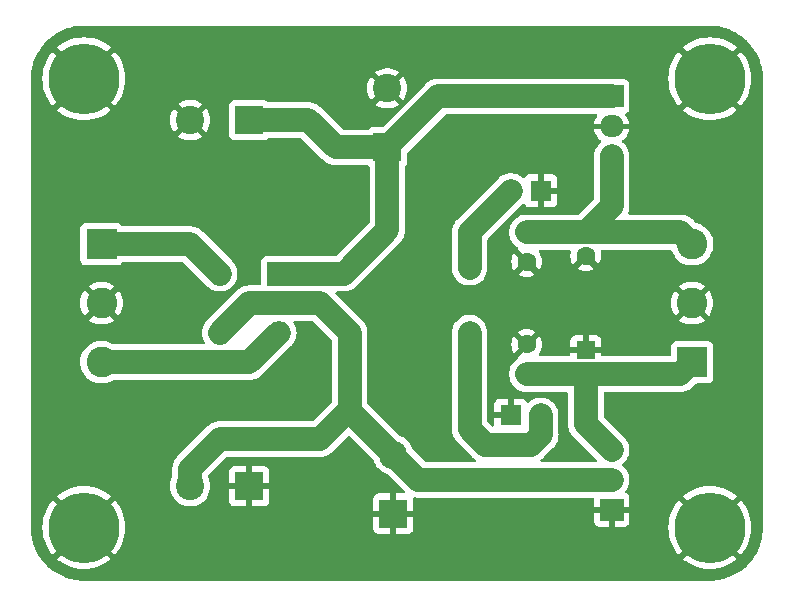
<source format=gbl>
G04 #@! TF.GenerationSoftware,KiCad,Pcbnew,7.0.2*
G04 #@! TF.CreationDate,2023-06-13T08:28:25-06:00*
G04 #@! TF.ProjectId,Fuente_TE2007B_Simetrica,4675656e-7465-45f5-9445-32303037425f,rev?*
G04 #@! TF.SameCoordinates,Original*
G04 #@! TF.FileFunction,Copper,L2,Bot*
G04 #@! TF.FilePolarity,Positive*
%FSLAX46Y46*%
G04 Gerber Fmt 4.6, Leading zero omitted, Abs format (unit mm)*
G04 Created by KiCad (PCBNEW 7.0.2) date 2023-06-13 08:28:25*
%MOMM*%
%LPD*%
G01*
G04 APERTURE LIST*
G04 #@! TA.AperFunction,ComponentPad*
%ADD10C,1.800000*%
G04 #@! TD*
G04 #@! TA.AperFunction,ComponentPad*
%ADD11R,1.800000X1.800000*%
G04 #@! TD*
G04 #@! TA.AperFunction,ComponentPad*
%ADD12R,2.400000X2.400000*%
G04 #@! TD*
G04 #@! TA.AperFunction,ComponentPad*
%ADD13C,2.400000*%
G04 #@! TD*
G04 #@! TA.AperFunction,ComponentPad*
%ADD14R,2.600000X2.600000*%
G04 #@! TD*
G04 #@! TA.AperFunction,ComponentPad*
%ADD15C,2.600000*%
G04 #@! TD*
G04 #@! TA.AperFunction,ComponentPad*
%ADD16C,1.600000*%
G04 #@! TD*
G04 #@! TA.AperFunction,ComponentPad*
%ADD17O,1.600000X1.600000*%
G04 #@! TD*
G04 #@! TA.AperFunction,ComponentPad*
%ADD18R,1.600000X1.600000*%
G04 #@! TD*
G04 #@! TA.AperFunction,ComponentPad*
%ADD19C,6.000000*%
G04 #@! TD*
G04 #@! TA.AperFunction,ComponentPad*
%ADD20R,2.000000X1.905000*%
G04 #@! TD*
G04 #@! TA.AperFunction,ComponentPad*
%ADD21O,2.000000X1.905000*%
G04 #@! TD*
G04 #@! TA.AperFunction,ComponentPad*
%ADD22R,2.000000X2.000000*%
G04 #@! TD*
G04 #@! TA.AperFunction,ComponentPad*
%ADD23O,2.000000X2.000000*%
G04 #@! TD*
G04 #@! TA.AperFunction,Conductor*
%ADD24C,2.000000*%
G04 #@! TD*
G04 APERTURE END LIST*
D10*
G04 #@! TO.P,D3,2,A*
G04 #@! TO.N,Net-(D3-A)*
X121184784Y-104500000D03*
D11*
G04 #@! TO.P,D3,1,K*
G04 #@! TO.N,GND*
X118644784Y-104500000D03*
G04 #@! TD*
G04 #@! TO.P,D2,1,K*
G04 #@! TO.N,GND*
X121184784Y-85500000D03*
D10*
G04 #@! TO.P,D2,2,A*
G04 #@! TO.N,Net-(D2-A)*
X118644784Y-85500000D03*
G04 #@! TD*
D12*
G04 #@! TO.P,C1,1*
G04 #@! TO.N,PFILT*
X108184784Y-81815216D03*
D13*
G04 #@! TO.P,C1,2*
G04 #@! TO.N,GND*
X108184784Y-76815216D03*
G04 #@! TD*
D14*
G04 #@! TO.P,J2,1,Pin_1*
G04 #@! TO.N,X1*
X84000000Y-90000000D03*
D15*
G04 #@! TO.P,J2,2,Pin_2*
G04 #@! TO.N,GND*
X84000000Y-95000000D03*
G04 #@! TO.P,J2,3,Pin_3*
G04 #@! TO.N,X3*
X84000000Y-100000000D03*
G04 #@! TD*
D16*
G04 #@! TO.P,R2,1*
G04 #@! TO.N,NFILT*
X105000000Y-97500000D03*
D17*
G04 #@! TO.P,R2,2*
G04 #@! TO.N,Net-(D3-A)*
X115160000Y-97500000D03*
G04 #@! TD*
D18*
G04 #@! TO.P,C7,1*
G04 #@! TO.N,GND*
X125000000Y-99000000D03*
D16*
G04 #@! TO.P,C7,2*
G04 #@! TO.N,VOUT-*
X125000000Y-101000000D03*
G04 #@! TD*
D18*
G04 #@! TO.P,C5,1*
G04 #@! TO.N,VOUT+*
X125000000Y-89000000D03*
D16*
G04 #@! TO.P,C5,2*
G04 #@! TO.N,GND*
X125000000Y-91000000D03*
G04 #@! TD*
D19*
G04 #@! TO.P,H3,1,1*
G04 #@! TO.N,GND*
X135500000Y-76000000D03*
G04 #@! TD*
D12*
G04 #@! TO.P,C4,1*
G04 #@! TO.N,GND*
X96500000Y-110500000D03*
D13*
G04 #@! TO.P,C4,2*
G04 #@! TO.N,NFILT*
X91500000Y-110500000D03*
G04 #@! TD*
D19*
G04 #@! TO.P,H1,1,1*
G04 #@! TO.N,GND*
X82500000Y-76000000D03*
G04 #@! TD*
D12*
G04 #@! TO.P,C2,1*
G04 #@! TO.N,PFILT*
X96500000Y-79500000D03*
D13*
G04 #@! TO.P,C2,2*
G04 #@! TO.N,GND*
X91500000Y-79500000D03*
G04 #@! TD*
D20*
G04 #@! TO.P,U1,1,VI*
G04 #@! TO.N,PFILT*
X127184784Y-77500000D03*
D21*
G04 #@! TO.P,U1,2,GND*
G04 #@! TO.N,GND*
X127184784Y-80040000D03*
G04 #@! TO.P,U1,3,VO*
G04 #@! TO.N,VOUT+*
X127184784Y-82580000D03*
G04 #@! TD*
D16*
G04 #@! TO.P,C8,1*
G04 #@! TO.N,GND*
X120000000Y-98500000D03*
G04 #@! TO.P,C8,2*
G04 #@! TO.N,VOUT-*
X120000000Y-101000000D03*
G04 #@! TD*
D12*
G04 #@! TO.P,C3,1*
G04 #@! TO.N,GND*
X108684784Y-112815216D03*
D13*
G04 #@! TO.P,C3,2*
G04 #@! TO.N,NFILT*
X108684784Y-107815216D03*
G04 #@! TD*
D19*
G04 #@! TO.P,H2,1,1*
G04 #@! TO.N,GND*
X82500000Y-114000000D03*
G04 #@! TD*
D14*
G04 #@! TO.P,J1,1,Pin_1*
G04 #@! TO.N,VOUT-*
X134000000Y-100000000D03*
D15*
G04 #@! TO.P,J1,2,Pin_2*
G04 #@! TO.N,GND*
X134000000Y-95000000D03*
G04 #@! TO.P,J1,3,Pin_3*
G04 #@! TO.N,VOUT+*
X134000000Y-90000000D03*
G04 #@! TD*
D22*
G04 #@! TO.P,D1,1,+*
G04 #@! TO.N,PFILT*
X99000000Y-92500000D03*
D23*
G04 #@! TO.P,D1,2*
G04 #@! TO.N,X1*
X94000000Y-92500000D03*
G04 #@! TO.P,D1,3,-*
G04 #@! TO.N,NFILT*
X94000000Y-97500000D03*
G04 #@! TO.P,D1,4*
G04 #@! TO.N,X3*
X99000000Y-97500000D03*
G04 #@! TD*
D16*
G04 #@! TO.P,R1,1*
G04 #@! TO.N,PFILT*
X105000000Y-92000000D03*
D17*
G04 #@! TO.P,R1,2*
G04 #@! TO.N,Net-(D2-A)*
X115160000Y-92000000D03*
G04 #@! TD*
D16*
G04 #@! TO.P,C6,1*
G04 #@! TO.N,VOUT+*
X120000000Y-89000000D03*
G04 #@! TO.P,C6,2*
G04 #@! TO.N,GND*
X120000000Y-91500000D03*
G04 #@! TD*
D20*
G04 #@! TO.P,U2,1,GND*
G04 #@! TO.N,GND*
X127184784Y-112500000D03*
D21*
G04 #@! TO.P,U2,2,VI*
G04 #@! TO.N,NFILT*
X127184784Y-109960000D03*
G04 #@! TO.P,U2,3,VO*
G04 #@! TO.N,VOUT-*
X127184784Y-107420000D03*
G04 #@! TD*
D19*
G04 #@! TO.P,H4,1,1*
G04 #@! TO.N,GND*
X135500000Y-114000000D03*
G04 #@! TD*
D24*
G04 #@! TO.N,PFILT*
X108184784Y-88815216D02*
X108184784Y-81815216D01*
X105000000Y-92000000D02*
X108184784Y-88815216D01*
X101500000Y-79500000D02*
X103815216Y-81815216D01*
X96500000Y-79500000D02*
X101500000Y-79500000D01*
X104500000Y-92500000D02*
X105000000Y-92000000D01*
X99000000Y-92500000D02*
X104500000Y-92500000D01*
X112500000Y-77500000D02*
X127184784Y-77500000D01*
X108184784Y-81815216D02*
X112500000Y-77500000D01*
X103815216Y-81815216D02*
X108184784Y-81815216D01*
G04 #@! TO.N,NFILT*
X91500000Y-110500000D02*
X91500000Y-109000000D01*
X108684784Y-107815216D02*
X110829568Y-109960000D01*
X94000000Y-106500000D02*
X102500000Y-106500000D01*
X94000000Y-97500000D02*
X96500000Y-95000000D01*
X105000000Y-104000000D02*
X105000000Y-97500000D01*
X91500000Y-109000000D02*
X94000000Y-106500000D01*
X108684784Y-107815216D02*
X105000000Y-104130432D01*
X96500000Y-95000000D02*
X102500000Y-95000000D01*
X110829568Y-109960000D02*
X127184784Y-109960000D01*
X102500000Y-106500000D02*
X105000000Y-104000000D01*
X105000000Y-104130432D02*
X105000000Y-104000000D01*
X102500000Y-95000000D02*
X105000000Y-97500000D01*
G04 #@! TO.N,VOUT+*
X127184784Y-82580000D02*
X127184784Y-86815216D01*
X120000000Y-89000000D02*
X125000000Y-89000000D01*
X127184784Y-86815216D02*
X125000000Y-89000000D01*
X133000000Y-89000000D02*
X134000000Y-90000000D01*
X125000000Y-89000000D02*
X133000000Y-89000000D01*
G04 #@! TO.N,VOUT-*
X125000000Y-101000000D02*
X133000000Y-101000000D01*
X120000000Y-101000000D02*
X125000000Y-101000000D01*
X133000000Y-101000000D02*
X134000000Y-100000000D01*
X125000000Y-105235216D02*
X125000000Y-101000000D01*
X127184784Y-107420000D02*
X125000000Y-105235216D01*
G04 #@! TO.N,X1*
X84000000Y-90000000D02*
X91500000Y-90000000D01*
X91500000Y-90000000D02*
X94000000Y-92500000D01*
G04 #@! TO.N,X3*
X84000000Y-100000000D02*
X96500000Y-100000000D01*
X96500000Y-100000000D02*
X99000000Y-97500000D01*
G04 #@! TO.N,Net-(D2-A)*
X115160000Y-92000000D02*
X115160000Y-88984784D01*
X115160000Y-88984784D02*
X118644784Y-85500000D01*
G04 #@! TO.N,Net-(D3-A)*
X120344784Y-107000000D02*
X116500000Y-107000000D01*
X121184784Y-106160000D02*
X120344784Y-107000000D01*
X121184784Y-104500000D02*
X121184784Y-106160000D01*
X116500000Y-107000000D02*
X115160000Y-105660000D01*
X115160000Y-105660000D02*
X115160000Y-97500000D01*
G04 #@! TD*
G04 #@! TA.AperFunction,Conductor*
G04 #@! TO.N,GND*
G36*
X135502713Y-71500619D02*
G01*
X135693373Y-71508981D01*
X135894703Y-71518331D01*
X135905164Y-71519264D01*
X136103519Y-71545497D01*
X136297224Y-71572642D01*
X136306959Y-71574405D01*
X136503640Y-71618211D01*
X136693192Y-71663002D01*
X136702075Y-71665455D01*
X136895005Y-71726578D01*
X137079342Y-71788661D01*
X137087371Y-71791680D01*
X137273472Y-71869152D01*
X137276017Y-71870247D01*
X137410507Y-71929931D01*
X137452546Y-71948588D01*
X137459742Y-71952063D01*
X137559377Y-72004204D01*
X137629460Y-72040880D01*
X137638413Y-72045565D01*
X137641505Y-72047239D01*
X137809827Y-72141500D01*
X137816132Y-72145281D01*
X137888305Y-72191519D01*
X137986041Y-72254136D01*
X137989450Y-72256401D01*
X138148269Y-72365828D01*
X138153643Y-72369749D01*
X138313407Y-72493091D01*
X138317117Y-72496072D01*
X138465087Y-72619727D01*
X138469629Y-72623716D01*
X138540308Y-72688917D01*
X138617958Y-72760550D01*
X138621870Y-72764321D01*
X138757693Y-72901109D01*
X138761437Y-72905048D01*
X138897225Y-73054351D01*
X138901200Y-73058943D01*
X138973820Y-73147102D01*
X138989880Y-73166600D01*
X139023773Y-73207745D01*
X139026739Y-73211492D01*
X139148934Y-73372108D01*
X139152831Y-73377529D01*
X139261121Y-73537105D01*
X139263397Y-73540583D01*
X139371019Y-73711215D01*
X139374755Y-73717547D01*
X139467821Y-73886533D01*
X139469474Y-73889637D01*
X139561713Y-74068975D01*
X139565136Y-74076195D01*
X139642201Y-74253217D01*
X139643319Y-74255868D01*
X139719441Y-74442439D01*
X139722422Y-74450538D01*
X139783199Y-74635313D01*
X139842941Y-74828632D01*
X139845341Y-74837571D01*
X139888787Y-75027426D01*
X139931197Y-75224399D01*
X139932893Y-75234155D01*
X139958679Y-75428154D01*
X139983488Y-75626547D01*
X139984350Y-75637056D01*
X139992283Y-75838665D01*
X139999290Y-76029232D01*
X139999372Y-76034536D01*
X139999093Y-76080745D01*
X139999386Y-76083509D01*
X139999499Y-113997293D01*
X139999381Y-114002701D01*
X139991009Y-114194463D01*
X139981836Y-114392864D01*
X139980907Y-114403322D01*
X139954816Y-114601504D01*
X139928021Y-114793591D01*
X139926271Y-114803295D01*
X139882737Y-114999667D01*
X139838475Y-115187859D01*
X139836031Y-115196750D01*
X139775346Y-115389219D01*
X139713926Y-115572475D01*
X139710919Y-115580510D01*
X139634028Y-115766142D01*
X139632901Y-115768775D01*
X139555396Y-115944307D01*
X139551951Y-115951478D01*
X139459118Y-116129807D01*
X139457458Y-116132889D01*
X139364147Y-116300413D01*
X139360399Y-116306699D01*
X139252355Y-116476296D01*
X139250074Y-116479748D01*
X139141740Y-116637897D01*
X139137816Y-116643306D01*
X139015352Y-116802904D01*
X139012373Y-116806635D01*
X138889948Y-116954065D01*
X138885973Y-116958621D01*
X138750087Y-117106914D01*
X138746346Y-117110822D01*
X138610822Y-117246346D01*
X138606914Y-117250087D01*
X138458621Y-117385973D01*
X138454065Y-117389948D01*
X138306635Y-117512373D01*
X138302904Y-117515352D01*
X138143306Y-117637816D01*
X138137897Y-117641740D01*
X137979748Y-117750074D01*
X137976296Y-117752355D01*
X137806699Y-117860399D01*
X137800413Y-117864147D01*
X137632889Y-117957458D01*
X137629807Y-117959118D01*
X137451478Y-118051951D01*
X137444307Y-118055396D01*
X137268775Y-118132901D01*
X137266141Y-118134028D01*
X137080515Y-118210916D01*
X137072469Y-118213927D01*
X136889220Y-118275346D01*
X136696747Y-118336033D01*
X136687861Y-118338474D01*
X136499668Y-118382737D01*
X136303294Y-118426272D01*
X136293593Y-118428021D01*
X136101504Y-118454816D01*
X135903321Y-118480907D01*
X135892865Y-118481836D01*
X135694464Y-118491009D01*
X135502703Y-118499382D01*
X135497294Y-118499500D01*
X82502707Y-118499500D01*
X82497298Y-118499382D01*
X82305535Y-118491009D01*
X82107134Y-118481836D01*
X82096676Y-118480907D01*
X81898495Y-118454816D01*
X81706407Y-118428021D01*
X81696703Y-118426271D01*
X81500332Y-118382737D01*
X81341423Y-118345362D01*
X81312135Y-118338474D01*
X81303247Y-118336031D01*
X81110779Y-118275346D01*
X80991367Y-118235324D01*
X80927513Y-118213922D01*
X80919488Y-118210919D01*
X80904438Y-118204685D01*
X80733835Y-118134019D01*
X80731247Y-118132911D01*
X80555690Y-118055395D01*
X80548520Y-118051951D01*
X80370191Y-117959118D01*
X80367109Y-117957458D01*
X80199585Y-117864147D01*
X80193299Y-117860399D01*
X80097392Y-117799300D01*
X80023676Y-117752338D01*
X80020250Y-117750074D01*
X79862091Y-117641733D01*
X79856692Y-117637816D01*
X79697094Y-117515352D01*
X79693377Y-117512384D01*
X79545927Y-117389942D01*
X79541377Y-117385973D01*
X79393084Y-117250087D01*
X79389176Y-117246346D01*
X79253652Y-117110822D01*
X79249911Y-117106914D01*
X79185592Y-117036722D01*
X79114013Y-116958607D01*
X79110062Y-116954078D01*
X78987605Y-116806610D01*
X78984646Y-116802904D01*
X78862182Y-116643306D01*
X78858276Y-116637922D01*
X78749906Y-116479720D01*
X78747679Y-116476351D01*
X78639592Y-116306688D01*
X78635851Y-116300413D01*
X78542540Y-116132889D01*
X78540880Y-116129807D01*
X78514994Y-116080080D01*
X78448034Y-115951452D01*
X78444615Y-115944336D01*
X78367051Y-115768668D01*
X78366002Y-115766217D01*
X78289079Y-115580509D01*
X78286077Y-115572486D01*
X78224653Y-115389219D01*
X78204005Y-115323732D01*
X78163960Y-115196728D01*
X78161531Y-115187889D01*
X78117271Y-114999710D01*
X78073719Y-114803258D01*
X78071984Y-114793632D01*
X78045183Y-114601504D01*
X78019089Y-114403300D01*
X78018164Y-114392887D01*
X78008990Y-114194463D01*
X78000642Y-114003243D01*
X78995367Y-114003243D01*
X79014227Y-114363113D01*
X79014904Y-114369557D01*
X79071275Y-114725472D01*
X79072626Y-114731831D01*
X79165896Y-115079919D01*
X79167893Y-115086065D01*
X79297039Y-115422500D01*
X79299676Y-115428424D01*
X79463277Y-115749508D01*
X79466523Y-115755129D01*
X79662783Y-116057343D01*
X79666600Y-116062597D01*
X79853297Y-116293147D01*
X81276389Y-114870056D01*
X81392632Y-115019404D01*
X81575523Y-115187768D01*
X81630116Y-115223435D01*
X80206851Y-116646701D01*
X80437402Y-116833399D01*
X80442656Y-116837216D01*
X80744870Y-117033476D01*
X80750491Y-117036722D01*
X81071575Y-117200323D01*
X81077499Y-117202960D01*
X81413934Y-117332106D01*
X81420080Y-117334103D01*
X81768168Y-117427373D01*
X81774527Y-117428724D01*
X82130442Y-117485095D01*
X82136886Y-117485772D01*
X82496756Y-117504633D01*
X82503244Y-117504633D01*
X82863113Y-117485772D01*
X82869557Y-117485095D01*
X83225472Y-117428724D01*
X83231831Y-117427373D01*
X83579919Y-117334103D01*
X83586065Y-117332106D01*
X83922500Y-117202960D01*
X83928424Y-117200323D01*
X84249508Y-117036722D01*
X84255129Y-117033476D01*
X84557343Y-116837216D01*
X84562597Y-116833399D01*
X84793148Y-116646702D01*
X84793148Y-116646701D01*
X83369883Y-115223435D01*
X83424477Y-115187768D01*
X83607368Y-115019404D01*
X83723610Y-114870056D01*
X85146702Y-116293148D01*
X85333399Y-116062597D01*
X85337216Y-116057343D01*
X85533476Y-115755129D01*
X85536722Y-115749508D01*
X85700323Y-115428424D01*
X85702960Y-115422500D01*
X85832106Y-115086065D01*
X85834103Y-115079919D01*
X85927373Y-114731831D01*
X85928724Y-114725472D01*
X85985095Y-114369557D01*
X85985772Y-114363113D01*
X86004633Y-114003243D01*
X86004633Y-113996756D01*
X85985772Y-113636886D01*
X85985095Y-113630442D01*
X85928724Y-113274527D01*
X85927373Y-113268168D01*
X85834103Y-112920080D01*
X85832106Y-112913934D01*
X85702960Y-112577499D01*
X85700323Y-112571575D01*
X85536722Y-112250492D01*
X85533476Y-112244871D01*
X85337216Y-111942656D01*
X85333399Y-111937402D01*
X85146701Y-111706851D01*
X83723609Y-113129942D01*
X83607368Y-112980596D01*
X83424477Y-112812232D01*
X83369882Y-112776563D01*
X84793148Y-111353297D01*
X84562597Y-111166600D01*
X84557343Y-111162783D01*
X84255129Y-110966523D01*
X84249508Y-110963277D01*
X83928424Y-110799676D01*
X83922500Y-110797039D01*
X83586065Y-110667893D01*
X83579919Y-110665896D01*
X83231831Y-110572626D01*
X83225472Y-110571275D01*
X82869557Y-110514904D01*
X82863113Y-110514227D01*
X82503244Y-110495367D01*
X82496756Y-110495367D01*
X82136886Y-110514227D01*
X82130442Y-110514904D01*
X81774527Y-110571275D01*
X81768168Y-110572626D01*
X81420080Y-110665896D01*
X81413934Y-110667893D01*
X81077499Y-110797039D01*
X81071575Y-110799676D01*
X80750492Y-110963277D01*
X80744871Y-110966523D01*
X80442656Y-111162783D01*
X80437402Y-111166600D01*
X80206851Y-111353297D01*
X81630117Y-112776563D01*
X81575523Y-112812232D01*
X81392632Y-112980596D01*
X81276389Y-113129943D01*
X79853297Y-111706851D01*
X79666600Y-111937402D01*
X79662783Y-111942656D01*
X79466523Y-112244871D01*
X79463277Y-112250492D01*
X79299676Y-112571575D01*
X79297039Y-112577499D01*
X79167893Y-112913934D01*
X79165896Y-112920080D01*
X79072626Y-113268168D01*
X79071275Y-113274527D01*
X79014904Y-113630442D01*
X79014227Y-113636886D01*
X78995367Y-113996756D01*
X78995367Y-114003243D01*
X78000642Y-114003243D01*
X78000618Y-114002701D01*
X78000500Y-113997294D01*
X78000500Y-100000000D01*
X82194450Y-100000000D01*
X82214616Y-100269100D01*
X82243396Y-100395194D01*
X82274666Y-100532195D01*
X82373257Y-100783398D01*
X82508185Y-101017102D01*
X82676439Y-101228085D01*
X82874259Y-101411635D01*
X83097226Y-101563651D01*
X83340359Y-101680738D01*
X83598228Y-101760280D01*
X83865071Y-101800500D01*
X84134929Y-101800500D01*
X84401772Y-101760280D01*
X84659641Y-101680738D01*
X84902775Y-101563651D01*
X84963798Y-101522045D01*
X85030276Y-101500546D01*
X85033649Y-101500500D01*
X96399135Y-101500500D01*
X96414473Y-101501452D01*
X96437779Y-101504357D01*
X96437779Y-101504356D01*
X96437780Y-101504357D01*
X96508017Y-101501452D01*
X96528473Y-101500605D01*
X96533596Y-101500500D01*
X96559498Y-101500500D01*
X96562067Y-101500500D01*
X96590447Y-101498147D01*
X96595540Y-101497831D01*
X96686237Y-101494081D01*
X96709209Y-101489263D01*
X96724413Y-101487047D01*
X96747821Y-101485108D01*
X96835838Y-101462818D01*
X96840754Y-101461680D01*
X96929614Y-101443049D01*
X96951496Y-101434510D01*
X96966116Y-101429827D01*
X96988881Y-101424063D01*
X97072008Y-101387599D01*
X97076699Y-101385656D01*
X97161274Y-101352656D01*
X97181456Y-101340628D01*
X97195101Y-101333605D01*
X97216607Y-101324173D01*
X97292593Y-101274528D01*
X97296916Y-101271830D01*
X97374894Y-101225366D01*
X97392813Y-101210188D01*
X97405126Y-101201006D01*
X97424785Y-101188164D01*
X97447352Y-101167388D01*
X97491551Y-101126701D01*
X97495383Y-101123315D01*
X97517126Y-101104902D01*
X97537313Y-101084714D01*
X97540939Y-101081235D01*
X97607738Y-101019744D01*
X97622167Y-101001203D01*
X97632325Y-100989701D01*
X99989701Y-98632325D01*
X100001203Y-98622167D01*
X100019744Y-98607738D01*
X100081235Y-98540939D01*
X100084714Y-98537313D01*
X100104902Y-98517126D01*
X100123315Y-98495383D01*
X100126701Y-98491551D01*
X100177520Y-98436347D01*
X100188164Y-98424785D01*
X100201006Y-98405126D01*
X100210188Y-98392813D01*
X100225366Y-98374894D01*
X100271848Y-98296884D01*
X100274505Y-98292627D01*
X100324173Y-98216607D01*
X100333607Y-98195099D01*
X100340631Y-98181452D01*
X100352656Y-98161273D01*
X100385667Y-98076669D01*
X100387587Y-98072034D01*
X100424063Y-97988881D01*
X100429827Y-97966117D01*
X100434515Y-97951484D01*
X100435428Y-97949143D01*
X100443049Y-97929614D01*
X100461680Y-97840754D01*
X100462818Y-97835838D01*
X100485108Y-97747821D01*
X100487047Y-97724413D01*
X100489264Y-97709207D01*
X100494081Y-97686237D01*
X100497831Y-97595546D01*
X100498149Y-97590427D01*
X100498556Y-97585526D01*
X100505643Y-97500000D01*
X100503703Y-97476603D01*
X100503386Y-97461237D01*
X100504357Y-97437779D01*
X100493122Y-97347646D01*
X100492606Y-97342675D01*
X100485108Y-97252179D01*
X100479344Y-97229422D01*
X100476502Y-97214315D01*
X100473599Y-97191020D01*
X100447697Y-97104018D01*
X100446336Y-97099076D01*
X100439071Y-97070386D01*
X100424063Y-97011119D01*
X100414627Y-96989608D01*
X100409347Y-96975202D01*
X100402644Y-96952687D01*
X100362765Y-96871114D01*
X100360619Y-96866482D01*
X100336694Y-96811939D01*
X100324173Y-96783393D01*
X100311338Y-96763748D01*
X100303744Y-96750384D01*
X100293429Y-96729284D01*
X100270060Y-96696554D01*
X100247125Y-96630556D01*
X100263512Y-96562635D01*
X100314019Y-96514356D01*
X100370977Y-96500500D01*
X101827110Y-96500500D01*
X101894149Y-96520185D01*
X101914791Y-96536819D01*
X103463181Y-98085209D01*
X103496666Y-98146532D01*
X103499500Y-98172890D01*
X103499500Y-103327109D01*
X103479815Y-103394148D01*
X103463181Y-103414790D01*
X101914791Y-104963181D01*
X101853468Y-104996666D01*
X101827110Y-104999500D01*
X94100865Y-104999500D01*
X94085527Y-104998548D01*
X94062219Y-104995642D01*
X93975160Y-104999243D01*
X93971526Y-104999394D01*
X93966404Y-104999500D01*
X93937933Y-104999500D01*
X93935406Y-104999709D01*
X93935390Y-104999710D01*
X93909551Y-105001851D01*
X93904440Y-105002168D01*
X93813762Y-105005919D01*
X93790777Y-105010738D01*
X93775578Y-105012952D01*
X93752180Y-105014891D01*
X93664200Y-105037170D01*
X93659211Y-105038324D01*
X93570388Y-105056950D01*
X93561440Y-105060441D01*
X93548512Y-105065485D01*
X93533889Y-105070170D01*
X93511118Y-105075936D01*
X93428000Y-105112396D01*
X93423265Y-105114357D01*
X93338726Y-105147343D01*
X93318547Y-105159367D01*
X93304895Y-105166394D01*
X93283396Y-105175825D01*
X93207410Y-105225468D01*
X93203065Y-105228180D01*
X93125104Y-105274635D01*
X93107183Y-105289813D01*
X93094868Y-105298995D01*
X93075215Y-105311835D01*
X93008447Y-105373299D01*
X93004613Y-105376685D01*
X92982874Y-105395098D01*
X92981059Y-105396911D01*
X92981061Y-105396911D01*
X92962738Y-105415233D01*
X92959045Y-105418775D01*
X92892262Y-105480254D01*
X92877832Y-105498793D01*
X92867664Y-105510306D01*
X90510306Y-107867664D01*
X90498793Y-107877832D01*
X90480254Y-107892262D01*
X90418775Y-107959045D01*
X90415233Y-107962738D01*
X90395098Y-107982874D01*
X90393437Y-107984834D01*
X90393437Y-107984835D01*
X90376689Y-108004609D01*
X90373299Y-108008447D01*
X90311835Y-108075215D01*
X90298995Y-108094868D01*
X90289813Y-108107183D01*
X90274636Y-108125102D01*
X90228174Y-108203074D01*
X90225462Y-108207417D01*
X90175826Y-108283392D01*
X90166396Y-108304891D01*
X90159368Y-108318545D01*
X90147343Y-108338726D01*
X90114346Y-108423288D01*
X90112386Y-108428020D01*
X90075936Y-108511120D01*
X90070169Y-108533890D01*
X90065484Y-108548515D01*
X90056951Y-108570385D01*
X90038324Y-108659211D01*
X90037170Y-108664200D01*
X90014891Y-108752180D01*
X90012952Y-108775578D01*
X90010738Y-108790777D01*
X90005919Y-108813762D01*
X90002168Y-108904440D01*
X90001851Y-108909551D01*
X89999710Y-108935390D01*
X89999709Y-108935406D01*
X89999500Y-108937933D01*
X89999500Y-108940486D01*
X89999500Y-108966402D01*
X89999394Y-108971527D01*
X89995642Y-109062219D01*
X89998548Y-109085526D01*
X89999500Y-109100864D01*
X89999500Y-109664716D01*
X89982888Y-109726715D01*
X89963604Y-109760115D01*
X89870492Y-109997360D01*
X89813777Y-110245845D01*
X89794731Y-110500000D01*
X89813777Y-110754154D01*
X89870492Y-111002637D01*
X89963608Y-111239891D01*
X90091037Y-111460606D01*
X90091038Y-111460608D01*
X90091041Y-111460612D01*
X90249950Y-111659877D01*
X90436783Y-111833232D01*
X90647366Y-111976805D01*
X90876996Y-112087389D01*
X91120542Y-112162513D01*
X91372565Y-112200500D01*
X91627435Y-112200500D01*
X91879458Y-112162513D01*
X92123004Y-112087389D01*
X92352634Y-111976805D01*
X92563217Y-111833232D01*
X92658828Y-111744518D01*
X94800000Y-111744518D01*
X94800354Y-111751132D01*
X94806400Y-111807371D01*
X94856647Y-111942089D01*
X94942811Y-112057188D01*
X95057910Y-112143352D01*
X95192628Y-112193599D01*
X95248867Y-112199645D01*
X95255482Y-112200000D01*
X96250000Y-112200000D01*
X96250000Y-111045881D01*
X96343369Y-111084556D01*
X96460677Y-111100000D01*
X96539323Y-111100000D01*
X96656631Y-111084556D01*
X96749999Y-111045881D01*
X96750000Y-112200000D01*
X97744518Y-112200000D01*
X97751132Y-112199645D01*
X97807371Y-112193599D01*
X97942089Y-112143352D01*
X98057188Y-112057188D01*
X98143352Y-111942089D01*
X98193599Y-111807371D01*
X98199645Y-111751132D01*
X98200000Y-111744518D01*
X98200000Y-110750000D01*
X97045882Y-110750000D01*
X97084556Y-110656631D01*
X97105177Y-110500000D01*
X97084556Y-110343369D01*
X97045882Y-110250000D01*
X98200000Y-110250000D01*
X98200000Y-109255481D01*
X98199645Y-109248867D01*
X98193599Y-109192628D01*
X98143352Y-109057910D01*
X98057188Y-108942811D01*
X97942089Y-108856647D01*
X97807371Y-108806400D01*
X97751132Y-108800354D01*
X97744518Y-108800000D01*
X96750000Y-108800000D01*
X96749999Y-109954118D01*
X96656631Y-109915444D01*
X96539323Y-109900000D01*
X96460677Y-109900000D01*
X96343369Y-109915444D01*
X96250000Y-109954118D01*
X96250000Y-108800000D01*
X95255482Y-108800000D01*
X95248867Y-108800354D01*
X95192628Y-108806400D01*
X95057910Y-108856647D01*
X94942811Y-108942811D01*
X94856647Y-109057910D01*
X94806400Y-109192628D01*
X94800354Y-109248867D01*
X94800000Y-109255481D01*
X94800000Y-110250000D01*
X95954118Y-110250000D01*
X95915444Y-110343369D01*
X95894823Y-110500000D01*
X95915444Y-110656631D01*
X95954118Y-110750000D01*
X94800000Y-110750000D01*
X94800000Y-111744518D01*
X92658828Y-111744518D01*
X92750050Y-111659877D01*
X92908959Y-111460612D01*
X92908961Y-111460608D01*
X92908963Y-111460606D01*
X93010825Y-111284173D01*
X93036393Y-111239888D01*
X93129508Y-111002637D01*
X93186222Y-110754157D01*
X93205268Y-110500000D01*
X93186222Y-110245843D01*
X93129508Y-109997363D01*
X93097357Y-109915444D01*
X93036394Y-109760114D01*
X93020104Y-109731898D01*
X93003631Y-109663998D01*
X93026483Y-109597971D01*
X93039804Y-109582223D01*
X94585209Y-108036819D01*
X94646532Y-108003334D01*
X94672890Y-108000500D01*
X102399135Y-108000500D01*
X102414473Y-108001452D01*
X102437779Y-108004357D01*
X102437779Y-108004356D01*
X102437780Y-108004357D01*
X102513723Y-108001216D01*
X102528473Y-108000605D01*
X102533596Y-108000500D01*
X102559498Y-108000500D01*
X102562067Y-108000500D01*
X102590447Y-107998147D01*
X102595540Y-107997831D01*
X102686237Y-107994081D01*
X102709209Y-107989263D01*
X102724413Y-107987047D01*
X102747821Y-107985108D01*
X102835838Y-107962818D01*
X102840754Y-107961680D01*
X102929614Y-107943049D01*
X102951496Y-107934510D01*
X102966116Y-107929827D01*
X102988881Y-107924063D01*
X103072008Y-107887599D01*
X103076699Y-107885656D01*
X103161274Y-107852656D01*
X103181456Y-107840628D01*
X103195101Y-107833605D01*
X103216607Y-107824173D01*
X103292593Y-107774528D01*
X103296916Y-107771830D01*
X103374894Y-107725366D01*
X103392813Y-107710188D01*
X103405126Y-107701006D01*
X103424785Y-107688164D01*
X103447352Y-107667388D01*
X103491551Y-107626701D01*
X103495383Y-107623315D01*
X103517126Y-107604902D01*
X103537313Y-107584714D01*
X103540939Y-107581235D01*
X103607738Y-107519744D01*
X103622167Y-107501203D01*
X103632325Y-107489701D01*
X104847103Y-106274924D01*
X104908426Y-106241439D01*
X104978118Y-106246423D01*
X105022465Y-106274924D01*
X107030445Y-108282904D01*
X107058191Y-108325280D01*
X107092811Y-108413489D01*
X107148392Y-108555107D01*
X107209940Y-108661711D01*
X107275825Y-108775828D01*
X107434734Y-108975093D01*
X107621567Y-109148448D01*
X107832150Y-109292021D01*
X108061780Y-109402605D01*
X108160172Y-109432954D01*
X108211305Y-109463764D01*
X109651076Y-110903535D01*
X109684561Y-110964858D01*
X109679577Y-111034550D01*
X109637705Y-111090483D01*
X109572241Y-111114900D01*
X109563395Y-111115216D01*
X108934784Y-111115216D01*
X108934783Y-112269334D01*
X108841415Y-112230660D01*
X108724107Y-112215216D01*
X108645461Y-112215216D01*
X108528153Y-112230660D01*
X108434784Y-112269334D01*
X108434784Y-111115216D01*
X107440266Y-111115216D01*
X107433651Y-111115570D01*
X107377412Y-111121616D01*
X107242694Y-111171863D01*
X107127595Y-111258027D01*
X107041431Y-111373126D01*
X106991184Y-111507844D01*
X106985138Y-111564083D01*
X106984784Y-111570697D01*
X106984784Y-112565216D01*
X108138902Y-112565216D01*
X108100228Y-112658585D01*
X108079607Y-112815216D01*
X108100228Y-112971847D01*
X108138902Y-113065216D01*
X106984784Y-113065216D01*
X106984784Y-114059734D01*
X106985138Y-114066348D01*
X106991184Y-114122587D01*
X107041431Y-114257305D01*
X107127595Y-114372404D01*
X107242694Y-114458568D01*
X107377412Y-114508815D01*
X107433651Y-114514861D01*
X107440266Y-114515216D01*
X108434784Y-114515216D01*
X108434784Y-113361097D01*
X108528153Y-113399772D01*
X108645461Y-113415216D01*
X108724107Y-113415216D01*
X108841415Y-113399772D01*
X108934783Y-113361097D01*
X108934784Y-114515216D01*
X109929302Y-114515216D01*
X109935916Y-114514861D01*
X109992155Y-114508815D01*
X110126873Y-114458568D01*
X110241972Y-114372404D01*
X110328136Y-114257305D01*
X110378383Y-114122587D01*
X110384429Y-114066348D01*
X110384784Y-114059734D01*
X110384784Y-114003243D01*
X131995367Y-114003243D01*
X132014227Y-114363113D01*
X132014904Y-114369557D01*
X132071275Y-114725472D01*
X132072626Y-114731831D01*
X132165896Y-115079919D01*
X132167893Y-115086065D01*
X132297039Y-115422500D01*
X132299676Y-115428424D01*
X132463277Y-115749508D01*
X132466523Y-115755129D01*
X132662783Y-116057343D01*
X132666600Y-116062597D01*
X132853297Y-116293147D01*
X134276389Y-114870056D01*
X134392632Y-115019404D01*
X134575523Y-115187768D01*
X134630116Y-115223435D01*
X133206851Y-116646701D01*
X133437402Y-116833399D01*
X133442656Y-116837216D01*
X133744870Y-117033476D01*
X133750491Y-117036722D01*
X134071575Y-117200323D01*
X134077499Y-117202960D01*
X134413934Y-117332106D01*
X134420080Y-117334103D01*
X134768168Y-117427373D01*
X134774527Y-117428724D01*
X135130442Y-117485095D01*
X135136886Y-117485772D01*
X135496756Y-117504633D01*
X135503244Y-117504633D01*
X135863113Y-117485772D01*
X135869557Y-117485095D01*
X136225472Y-117428724D01*
X136231831Y-117427373D01*
X136579919Y-117334103D01*
X136586065Y-117332106D01*
X136922500Y-117202960D01*
X136928424Y-117200323D01*
X137249508Y-117036722D01*
X137255129Y-117033476D01*
X137557343Y-116837216D01*
X137562597Y-116833399D01*
X137793148Y-116646702D01*
X137793148Y-116646701D01*
X136369883Y-115223435D01*
X136424477Y-115187768D01*
X136607368Y-115019404D01*
X136723610Y-114870057D01*
X138146701Y-116293148D01*
X138146702Y-116293148D01*
X138333399Y-116062597D01*
X138337216Y-116057343D01*
X138533476Y-115755129D01*
X138536722Y-115749508D01*
X138700323Y-115428424D01*
X138702960Y-115422500D01*
X138832106Y-115086065D01*
X138834103Y-115079919D01*
X138927373Y-114731831D01*
X138928724Y-114725472D01*
X138985095Y-114369557D01*
X138985772Y-114363113D01*
X139004633Y-114003243D01*
X139004633Y-113996756D01*
X138985772Y-113636886D01*
X138985095Y-113630442D01*
X138928724Y-113274527D01*
X138927373Y-113268168D01*
X138834103Y-112920080D01*
X138832106Y-112913934D01*
X138702960Y-112577499D01*
X138700323Y-112571575D01*
X138536722Y-112250492D01*
X138533476Y-112244871D01*
X138337216Y-111942656D01*
X138333399Y-111937402D01*
X138146701Y-111706851D01*
X136723609Y-113129942D01*
X136607368Y-112980596D01*
X136424477Y-112812232D01*
X136369882Y-112776563D01*
X137793148Y-111353297D01*
X137562597Y-111166600D01*
X137557343Y-111162783D01*
X137255129Y-110966523D01*
X137249508Y-110963277D01*
X136928424Y-110799676D01*
X136922500Y-110797039D01*
X136586065Y-110667893D01*
X136579919Y-110665896D01*
X136231831Y-110572626D01*
X136225472Y-110571275D01*
X135869557Y-110514904D01*
X135863113Y-110514227D01*
X135503244Y-110495367D01*
X135496756Y-110495367D01*
X135136886Y-110514227D01*
X135130442Y-110514904D01*
X134774527Y-110571275D01*
X134768168Y-110572626D01*
X134420080Y-110665896D01*
X134413934Y-110667893D01*
X134077499Y-110797039D01*
X134071575Y-110799676D01*
X133750492Y-110963277D01*
X133744871Y-110966523D01*
X133442656Y-111162783D01*
X133437402Y-111166600D01*
X133206851Y-111353297D01*
X134630117Y-112776563D01*
X134575523Y-112812232D01*
X134392632Y-112980596D01*
X134276389Y-113129943D01*
X132853297Y-111706851D01*
X132666600Y-111937402D01*
X132662783Y-111942656D01*
X132466523Y-112244871D01*
X132463277Y-112250492D01*
X132299676Y-112571575D01*
X132297039Y-112577499D01*
X132167893Y-112913934D01*
X132165896Y-112920080D01*
X132072626Y-113268168D01*
X132071275Y-113274527D01*
X132014904Y-113630442D01*
X132014227Y-113636886D01*
X131995367Y-113996756D01*
X131995367Y-114003243D01*
X110384784Y-114003243D01*
X110384784Y-113065216D01*
X109230666Y-113065216D01*
X109269340Y-112971847D01*
X109289961Y-112815216D01*
X109269340Y-112658585D01*
X109230666Y-112565216D01*
X110384784Y-112565216D01*
X110384784Y-111570705D01*
X110384264Y-111561006D01*
X110400331Y-111493009D01*
X110450610Y-111444493D01*
X110519137Y-111430861D01*
X110538524Y-111434162D01*
X110581747Y-111445108D01*
X110584125Y-111445305D01*
X110605141Y-111447047D01*
X110620349Y-111449262D01*
X110643331Y-111454081D01*
X110734023Y-111457831D01*
X110739125Y-111458148D01*
X110767501Y-111460500D01*
X110795972Y-111460500D01*
X110801094Y-111460605D01*
X110821551Y-111461452D01*
X110891787Y-111464357D01*
X110891787Y-111464356D01*
X110891789Y-111464357D01*
X110915094Y-111461452D01*
X110930433Y-111460500D01*
X125560784Y-111460500D01*
X125627823Y-111480185D01*
X125673578Y-111532989D01*
X125684784Y-111584500D01*
X125684784Y-112250000D01*
X126689932Y-112250000D01*
X126641225Y-112387047D01*
X126630907Y-112537886D01*
X126661668Y-112685915D01*
X126694874Y-112750000D01*
X125684784Y-112750000D01*
X125684784Y-113497018D01*
X125685138Y-113503632D01*
X125691184Y-113559871D01*
X125741431Y-113694589D01*
X125827595Y-113809688D01*
X125942694Y-113895852D01*
X126077412Y-113946099D01*
X126133651Y-113952145D01*
X126140266Y-113952500D01*
X126934784Y-113952500D01*
X126934784Y-112991683D01*
X126963603Y-113009209D01*
X127109188Y-113050000D01*
X127222406Y-113050000D01*
X127334567Y-113034584D01*
X127434784Y-112991053D01*
X127434784Y-113952500D01*
X128229302Y-113952500D01*
X128235916Y-113952145D01*
X128292155Y-113946099D01*
X128426873Y-113895852D01*
X128541972Y-113809688D01*
X128628136Y-113694589D01*
X128678383Y-113559871D01*
X128684429Y-113503632D01*
X128684784Y-113497018D01*
X128684784Y-112750000D01*
X127679636Y-112750000D01*
X127728343Y-112612953D01*
X127738661Y-112462114D01*
X127707900Y-112314085D01*
X127674694Y-112250000D01*
X128684784Y-112250000D01*
X128684784Y-111502981D01*
X128684429Y-111496367D01*
X128678383Y-111440128D01*
X128628136Y-111305410D01*
X128541972Y-111190311D01*
X128426871Y-111104146D01*
X128405983Y-111096355D01*
X128350050Y-111054482D01*
X128325635Y-110989017D01*
X128340488Y-110920745D01*
X128351458Y-110904022D01*
X128445258Y-110783509D01*
X128563612Y-110564810D01*
X128644355Y-110329614D01*
X128685284Y-110084335D01*
X128685284Y-109835665D01*
X128644355Y-109590386D01*
X128563612Y-109355190D01*
X128445258Y-109136491D01*
X128445255Y-109136487D01*
X128445254Y-109136485D01*
X128312872Y-108966402D01*
X128292522Y-108940256D01*
X128118878Y-108780405D01*
X128082889Y-108720520D01*
X128084989Y-108650682D01*
X128124513Y-108593066D01*
X128130810Y-108588259D01*
X128134883Y-108585350D01*
X128157879Y-108568932D01*
X128333716Y-108393095D01*
X128478213Y-108190716D01*
X128587428Y-107967313D01*
X128631100Y-107820614D01*
X128632644Y-107815795D01*
X128645650Y-107777913D01*
X128646723Y-107771479D01*
X128650185Y-107756512D01*
X128658382Y-107728981D01*
X128671548Y-107623355D01*
X128672287Y-107618284D01*
X128677881Y-107584763D01*
X128685284Y-107540399D01*
X128685284Y-107520863D01*
X128686236Y-107505525D01*
X128687531Y-107495139D01*
X128689141Y-107482221D01*
X128685389Y-107391535D01*
X128685283Y-107386408D01*
X128685283Y-107347526D01*
X128685284Y-107299601D01*
X128681636Y-107277743D01*
X128680050Y-107262450D01*
X128678864Y-107233767D01*
X128678864Y-107233763D01*
X128657014Y-107129559D01*
X128656074Y-107124560D01*
X128645650Y-107062086D01*
X128641000Y-107048541D01*
X128636920Y-107033726D01*
X128627833Y-106990386D01*
X128572199Y-106847806D01*
X128570438Y-106843000D01*
X128566726Y-106832189D01*
X128562801Y-106823720D01*
X128537441Y-106758729D01*
X128537440Y-106758726D01*
X128410150Y-106545106D01*
X128289686Y-106402874D01*
X126536817Y-104650006D01*
X126503333Y-104588683D01*
X126500499Y-104562325D01*
X126500500Y-102624500D01*
X126520185Y-102557460D01*
X126572989Y-102511706D01*
X126624500Y-102500500D01*
X132899135Y-102500500D01*
X132914473Y-102501452D01*
X132937779Y-102504357D01*
X132937779Y-102504356D01*
X132937780Y-102504357D01*
X133008017Y-102501452D01*
X133028473Y-102500605D01*
X133033596Y-102500500D01*
X133059498Y-102500500D01*
X133062067Y-102500500D01*
X133090447Y-102498147D01*
X133095540Y-102497831D01*
X133186237Y-102494081D01*
X133209209Y-102489263D01*
X133224413Y-102487047D01*
X133247821Y-102485108D01*
X133335838Y-102462818D01*
X133340754Y-102461680D01*
X133429614Y-102443049D01*
X133451496Y-102434510D01*
X133466116Y-102429827D01*
X133488881Y-102424063D01*
X133572008Y-102387599D01*
X133576699Y-102385656D01*
X133661274Y-102352656D01*
X133681456Y-102340628D01*
X133695101Y-102333605D01*
X133716607Y-102324173D01*
X133792593Y-102274528D01*
X133796916Y-102271830D01*
X133874894Y-102225366D01*
X133892813Y-102210188D01*
X133905126Y-102201006D01*
X133924785Y-102188164D01*
X133947352Y-102167388D01*
X133991551Y-102126701D01*
X133995383Y-102123315D01*
X134017126Y-102104902D01*
X134037313Y-102084714D01*
X134040939Y-102081235D01*
X134107738Y-102019744D01*
X134122167Y-102001203D01*
X134132317Y-101989709D01*
X134285211Y-101836815D01*
X134346532Y-101803333D01*
X134372890Y-101800499D01*
X135344561Y-101800499D01*
X135347872Y-101800499D01*
X135407483Y-101794091D01*
X135542331Y-101743796D01*
X135657546Y-101657546D01*
X135743796Y-101542331D01*
X135794091Y-101407483D01*
X135800500Y-101347873D01*
X135800499Y-98652128D01*
X135794091Y-98592517D01*
X135743796Y-98457669D01*
X135657546Y-98342454D01*
X135542331Y-98256204D01*
X135407483Y-98205909D01*
X135347873Y-98199500D01*
X135344550Y-98199500D01*
X132655439Y-98199500D01*
X132655420Y-98199500D01*
X132652128Y-98199501D01*
X132648848Y-98199853D01*
X132648840Y-98199854D01*
X132592515Y-98205909D01*
X132457669Y-98256204D01*
X132342454Y-98342454D01*
X132256204Y-98457668D01*
X132205909Y-98592516D01*
X132202214Y-98626888D01*
X132199500Y-98652127D01*
X132199499Y-98655430D01*
X132199499Y-98655449D01*
X132199500Y-99375500D01*
X132179815Y-99442539D01*
X132127011Y-99488294D01*
X132075500Y-99499500D01*
X126424000Y-99499500D01*
X126356961Y-99479815D01*
X126311206Y-99427011D01*
X126300000Y-99375500D01*
X126300000Y-99250000D01*
X125315686Y-99250000D01*
X125327641Y-99238045D01*
X125385165Y-99125148D01*
X125404986Y-99000000D01*
X125385165Y-98874852D01*
X125327641Y-98761955D01*
X125315686Y-98750000D01*
X126300000Y-98750000D01*
X126300000Y-98155481D01*
X126299645Y-98148867D01*
X126293599Y-98092628D01*
X126243352Y-97957910D01*
X126157188Y-97842811D01*
X126042089Y-97756647D01*
X125907371Y-97706400D01*
X125851132Y-97700354D01*
X125844518Y-97700000D01*
X125250000Y-97700000D01*
X125250000Y-98684314D01*
X125238045Y-98672359D01*
X125125148Y-98614835D01*
X125031481Y-98600000D01*
X124968519Y-98600000D01*
X124874852Y-98614835D01*
X124761955Y-98672359D01*
X124749999Y-98684314D01*
X124750000Y-97700000D01*
X124155482Y-97700000D01*
X124148867Y-97700354D01*
X124092628Y-97706400D01*
X123957910Y-97756647D01*
X123842811Y-97842811D01*
X123756647Y-97957910D01*
X123706400Y-98092628D01*
X123700354Y-98148867D01*
X123700000Y-98155481D01*
X123700000Y-98750000D01*
X124684314Y-98750000D01*
X124672359Y-98761955D01*
X124614835Y-98874852D01*
X124595014Y-99000000D01*
X124614835Y-99125148D01*
X124672359Y-99238045D01*
X124684314Y-99250000D01*
X123700000Y-99250000D01*
X123700000Y-99375500D01*
X123680315Y-99442539D01*
X123627511Y-99488294D01*
X123576000Y-99499500D01*
X121125351Y-99499500D01*
X121058312Y-99479815D01*
X121012557Y-99427011D01*
X121002613Y-99357853D01*
X121023776Y-99304376D01*
X121130134Y-99152480D01*
X121226266Y-98946326D01*
X121285141Y-98726602D01*
X121304966Y-98500000D01*
X121285141Y-98273397D01*
X121226266Y-98053673D01*
X121130133Y-97847515D01*
X121079025Y-97774526D01*
X120397953Y-98455598D01*
X120385165Y-98374852D01*
X120327641Y-98261955D01*
X120238045Y-98172359D01*
X120125148Y-98114835D01*
X120044399Y-98102045D01*
X120725472Y-97420973D01*
X120725471Y-97420972D01*
X120652484Y-97369866D01*
X120446326Y-97273733D01*
X120226602Y-97214858D01*
X120000000Y-97195033D01*
X119773397Y-97214858D01*
X119553672Y-97273733D01*
X119347516Y-97369865D01*
X119274526Y-97420973D01*
X119955598Y-98102046D01*
X119874852Y-98114835D01*
X119761955Y-98172359D01*
X119672359Y-98261955D01*
X119614835Y-98374852D01*
X119602046Y-98455599D01*
X118920973Y-97774526D01*
X118920973Y-97774527D01*
X118869865Y-97847516D01*
X118773733Y-98053672D01*
X118714858Y-98273397D01*
X118695033Y-98500000D01*
X118714858Y-98726602D01*
X118773733Y-98946326D01*
X118869866Y-99152484D01*
X118920972Y-99225471D01*
X118920974Y-99225472D01*
X119602046Y-98544399D01*
X119614835Y-98625148D01*
X119672359Y-98738045D01*
X119761955Y-98827641D01*
X119874852Y-98885165D01*
X119955599Y-98897953D01*
X119274526Y-99579026D01*
X119276543Y-99602082D01*
X119262776Y-99670581D01*
X119220837Y-99716696D01*
X119075215Y-99811836D01*
X119075213Y-99811837D01*
X119075214Y-99811837D01*
X118892259Y-99980259D01*
X118739529Y-100176485D01*
X118621170Y-100395194D01*
X118540429Y-100630384D01*
X118499500Y-100875665D01*
X118499500Y-101124334D01*
X118540429Y-101369615D01*
X118585689Y-101501452D01*
X118621172Y-101604810D01*
X118739526Y-101823509D01*
X118739529Y-101823514D01*
X118868872Y-101989692D01*
X118892262Y-102019744D01*
X119075215Y-102188164D01*
X119283393Y-102324173D01*
X119511119Y-102424063D01*
X119752179Y-102485108D01*
X119937933Y-102500500D01*
X123375500Y-102500500D01*
X123442539Y-102520185D01*
X123488294Y-102572989D01*
X123499500Y-102624500D01*
X123499500Y-105134351D01*
X123498548Y-105149689D01*
X123495642Y-105172996D01*
X123499394Y-105263687D01*
X123499500Y-105268812D01*
X123499500Y-105297283D01*
X123499709Y-105299810D01*
X123499710Y-105299825D01*
X123501851Y-105325664D01*
X123502168Y-105330775D01*
X123505919Y-105421453D01*
X123510738Y-105444436D01*
X123512952Y-105459637D01*
X123514891Y-105483035D01*
X123537171Y-105571019D01*
X123538325Y-105576009D01*
X123556950Y-105664830D01*
X123565484Y-105686701D01*
X123570171Y-105701330D01*
X123575936Y-105724096D01*
X123612393Y-105807209D01*
X123614354Y-105811944D01*
X123647344Y-105896491D01*
X123659364Y-105916664D01*
X123666395Y-105930323D01*
X123675824Y-105951819D01*
X123675827Y-105951823D01*
X123725481Y-106027825D01*
X123728153Y-106032106D01*
X123774634Y-106110110D01*
X123789808Y-106128027D01*
X123798991Y-106140341D01*
X123811837Y-106160004D01*
X123873293Y-106226762D01*
X123876687Y-106230604D01*
X123895098Y-106252342D01*
X123896911Y-106254155D01*
X123915227Y-106272471D01*
X123918776Y-106276169D01*
X123980258Y-106342956D01*
X123998787Y-106357378D01*
X124010307Y-106367551D01*
X125890575Y-108247819D01*
X125924060Y-108309142D01*
X125919076Y-108378834D01*
X125877204Y-108434767D01*
X125811740Y-108459184D01*
X125802894Y-108459500D01*
X121277091Y-108459500D01*
X121210052Y-108439815D01*
X121164297Y-108387011D01*
X121154353Y-108317853D01*
X121183378Y-108254297D01*
X121213617Y-108228978D01*
X121215829Y-108227659D01*
X121219678Y-108225366D01*
X121237597Y-108210188D01*
X121249910Y-108201006D01*
X121269569Y-108188164D01*
X121292136Y-108167388D01*
X121336335Y-108126701D01*
X121340167Y-108123315D01*
X121361910Y-108104902D01*
X121382097Y-108084714D01*
X121385723Y-108081235D01*
X121452522Y-108019744D01*
X121466951Y-108001203D01*
X121477109Y-107989701D01*
X122174481Y-107292328D01*
X122185983Y-107282171D01*
X122204528Y-107267738D01*
X122266030Y-107200927D01*
X122269509Y-107197301D01*
X122289685Y-107177126D01*
X122308107Y-107155372D01*
X122311452Y-107151585D01*
X122372948Y-107084785D01*
X122385790Y-107065126D01*
X122394972Y-107052813D01*
X122410150Y-107034894D01*
X122456622Y-106956901D01*
X122459323Y-106952576D01*
X122508957Y-106876607D01*
X122518388Y-106855104D01*
X122525421Y-106841443D01*
X122531709Y-106830890D01*
X122537439Y-106821274D01*
X122570440Y-106736695D01*
X122572377Y-106732021D01*
X122608847Y-106648881D01*
X122614611Y-106626116D01*
X122619294Y-106611496D01*
X122627833Y-106589614D01*
X122646453Y-106500809D01*
X122647606Y-106495825D01*
X122651111Y-106481984D01*
X122669892Y-106407821D01*
X122671830Y-106384413D01*
X122674047Y-106369205D01*
X122675536Y-106362104D01*
X122678864Y-106346237D01*
X122682614Y-106255544D01*
X122682932Y-106250441D01*
X122685284Y-106222067D01*
X122685284Y-106193581D01*
X122685390Y-106188456D01*
X122689141Y-106097780D01*
X122686236Y-106074472D01*
X122685284Y-106059135D01*
X122685284Y-104440503D01*
X122685284Y-104437933D01*
X122669892Y-104252179D01*
X122608847Y-104011119D01*
X122508957Y-103783393D01*
X122372948Y-103575215D01*
X122204528Y-103392262D01*
X122120820Y-103327109D01*
X122008298Y-103239529D01*
X122008294Y-103239526D01*
X122008293Y-103239526D01*
X121789594Y-103121172D01*
X121789590Y-103121170D01*
X121789589Y-103121170D01*
X121554399Y-103040429D01*
X121309119Y-102999500D01*
X121060449Y-102999500D01*
X120815168Y-103040429D01*
X120579978Y-103121170D01*
X120361273Y-103239527D01*
X120169220Y-103389008D01*
X120104226Y-103414650D01*
X120035686Y-103401083D01*
X119993791Y-103365465D01*
X119901972Y-103242810D01*
X119786873Y-103156647D01*
X119652155Y-103106400D01*
X119595916Y-103100354D01*
X119589302Y-103100000D01*
X118894784Y-103100000D01*
X118894783Y-104125810D01*
X118842237Y-104089984D01*
X118712611Y-104050000D01*
X118611060Y-104050000D01*
X118510646Y-104065135D01*
X118394784Y-104120931D01*
X118394784Y-103100000D01*
X117700266Y-103100000D01*
X117693651Y-103100354D01*
X117637412Y-103106400D01*
X117502694Y-103156647D01*
X117387595Y-103242811D01*
X117301431Y-103357910D01*
X117251184Y-103492628D01*
X117245138Y-103548867D01*
X117244784Y-103555481D01*
X117244784Y-104250000D01*
X118269506Y-104250000D01*
X118221159Y-104333740D01*
X118190974Y-104465992D01*
X118201111Y-104601265D01*
X118250671Y-104727541D01*
X118268581Y-104750000D01*
X117244784Y-104750000D01*
X117244784Y-105323394D01*
X117225099Y-105390433D01*
X117172295Y-105436188D01*
X117103137Y-105446132D01*
X117039581Y-105417107D01*
X117033103Y-105411075D01*
X116696819Y-105074791D01*
X116663334Y-105013468D01*
X116660500Y-104987110D01*
X116660500Y-101225366D01*
X116660500Y-97437933D01*
X116645108Y-97252179D01*
X116584063Y-97011119D01*
X116484173Y-96783393D01*
X116348164Y-96575215D01*
X116179744Y-96392262D01*
X116148141Y-96367664D01*
X115983514Y-96239529D01*
X115983510Y-96239526D01*
X115983509Y-96239526D01*
X115764810Y-96121172D01*
X115764806Y-96121170D01*
X115764805Y-96121170D01*
X115529615Y-96040429D01*
X115284335Y-95999500D01*
X115035665Y-95999500D01*
X114790384Y-96040429D01*
X114555194Y-96121170D01*
X114336485Y-96239529D01*
X114140259Y-96392259D01*
X114140256Y-96392261D01*
X114140256Y-96392262D01*
X113971836Y-96575215D01*
X113950948Y-96607187D01*
X113835825Y-96783395D01*
X113751699Y-96975186D01*
X113735937Y-97011119D01*
X113713663Y-97099076D01*
X113674892Y-97252177D01*
X113672953Y-97275578D01*
X113659500Y-97437933D01*
X113659500Y-97440501D01*
X113659500Y-97440503D01*
X113659500Y-105559135D01*
X113658548Y-105574473D01*
X113655642Y-105597780D01*
X113659394Y-105688471D01*
X113659500Y-105693596D01*
X113659500Y-105722067D01*
X113659709Y-105724594D01*
X113659710Y-105724609D01*
X113661851Y-105750448D01*
X113662168Y-105755559D01*
X113665919Y-105846235D01*
X113670738Y-105869220D01*
X113672952Y-105884421D01*
X113674891Y-105907819D01*
X113697171Y-105995803D01*
X113698325Y-106000793D01*
X113716950Y-106089614D01*
X113725484Y-106111485D01*
X113730171Y-106126114D01*
X113735936Y-106148880D01*
X113752764Y-106187243D01*
X113771783Y-106230604D01*
X113772393Y-106231993D01*
X113774349Y-106236717D01*
X113780705Y-106253005D01*
X113807344Y-106321275D01*
X113819364Y-106341448D01*
X113826395Y-106355107D01*
X113835824Y-106376603D01*
X113851803Y-106401060D01*
X113885481Y-106452609D01*
X113888153Y-106456890D01*
X113934634Y-106534894D01*
X113949808Y-106552811D01*
X113958991Y-106565125D01*
X113971837Y-106584788D01*
X114033293Y-106651546D01*
X114036687Y-106655388D01*
X114055098Y-106677126D01*
X114056911Y-106678939D01*
X114075227Y-106697255D01*
X114078776Y-106700953D01*
X114140258Y-106767740D01*
X114158787Y-106782162D01*
X114170307Y-106792335D01*
X115367665Y-107989693D01*
X115377837Y-108001211D01*
X115392261Y-108019743D01*
X115459045Y-108081222D01*
X115462735Y-108084763D01*
X115482874Y-108104902D01*
X115484828Y-108106557D01*
X115484839Y-108106567D01*
X115504598Y-108123301D01*
X115508441Y-108126694D01*
X115575215Y-108188164D01*
X115594873Y-108201006D01*
X115607184Y-108210187D01*
X115617902Y-108219264D01*
X115625107Y-108225367D01*
X115631167Y-108228978D01*
X115678681Y-108280205D01*
X115690956Y-108348988D01*
X115664096Y-108413489D01*
X115606628Y-108453228D01*
X115567692Y-108459500D01*
X111502457Y-108459500D01*
X111435418Y-108439815D01*
X111414776Y-108423181D01*
X110883857Y-107892262D01*
X110339122Y-107347526D01*
X110311376Y-107305149D01*
X110221177Y-107075328D01*
X110215293Y-107065137D01*
X110093745Y-106854608D01*
X110093743Y-106854604D01*
X109934834Y-106655339D01*
X109748001Y-106481984D01*
X109537418Y-106338411D01*
X109537417Y-106338410D01*
X109537415Y-106338409D01*
X109307788Y-106227827D01*
X109209391Y-106197475D01*
X109158260Y-106166665D01*
X106536819Y-103545223D01*
X106503334Y-103483900D01*
X106500500Y-103457542D01*
X106500500Y-97600864D01*
X106501452Y-97585526D01*
X106504357Y-97562219D01*
X106500606Y-97471527D01*
X106500500Y-97466402D01*
X106500500Y-97440501D01*
X106500500Y-97437933D01*
X106498148Y-97409549D01*
X106497831Y-97404449D01*
X106494081Y-97313765D01*
X106494080Y-97313762D01*
X106489261Y-97290777D01*
X106487047Y-97275573D01*
X106485108Y-97252184D01*
X106485108Y-97252179D01*
X106466302Y-97177920D01*
X106462825Y-97164186D01*
X106461670Y-97159193D01*
X106443049Y-97070386D01*
X106434512Y-97048508D01*
X106429826Y-97033879D01*
X106424063Y-97011120D01*
X106424063Y-97011119D01*
X106398432Y-96952687D01*
X106387605Y-96928003D01*
X106385643Y-96923267D01*
X106352656Y-96838727D01*
X106352655Y-96838726D01*
X106340633Y-96818549D01*
X106333609Y-96804906D01*
X106324173Y-96783393D01*
X106277648Y-96712181D01*
X106274529Y-96707407D01*
X106271824Y-96703074D01*
X106225366Y-96625106D01*
X106210186Y-96607183D01*
X106201006Y-96594873D01*
X106188164Y-96575215D01*
X106132139Y-96514356D01*
X106126694Y-96508441D01*
X106123301Y-96504598D01*
X106106567Y-96484839D01*
X106106557Y-96484828D01*
X106104902Y-96482874D01*
X106084766Y-96462738D01*
X106081222Y-96459045D01*
X106019743Y-96392261D01*
X106001211Y-96377837D01*
X105989693Y-96367665D01*
X104622027Y-94999999D01*
X132194952Y-94999999D01*
X132215113Y-95269026D01*
X132275146Y-95532049D01*
X132373708Y-95783178D01*
X132508598Y-96016816D01*
X132562295Y-96084150D01*
X133397452Y-95248993D01*
X133407188Y-95278956D01*
X133495186Y-95417619D01*
X133614903Y-95530040D01*
X133749510Y-95604041D01*
X132914848Y-96438702D01*
X133097479Y-96563217D01*
X133340542Y-96680270D01*
X133598339Y-96759791D01*
X133865109Y-96800000D01*
X134134891Y-96800000D01*
X134401660Y-96759791D01*
X134659460Y-96680270D01*
X134902523Y-96563217D01*
X135085150Y-96438702D01*
X134247534Y-95601086D01*
X134315629Y-95574126D01*
X134448492Y-95477595D01*
X134553175Y-95351055D01*
X134601631Y-95248079D01*
X135437703Y-96084151D01*
X135437704Y-96084150D01*
X135491400Y-96016818D01*
X135626291Y-95783178D01*
X135724853Y-95532049D01*
X135784886Y-95269026D01*
X135805047Y-94999999D01*
X135784886Y-94730973D01*
X135724853Y-94467950D01*
X135626291Y-94216821D01*
X135491398Y-93983178D01*
X135437704Y-93915847D01*
X134602546Y-94751004D01*
X134592812Y-94721044D01*
X134504814Y-94582381D01*
X134385097Y-94469960D01*
X134250489Y-94395958D01*
X135085150Y-93561296D01*
X134902519Y-93436780D01*
X134659460Y-93319729D01*
X134401660Y-93240208D01*
X134134891Y-93200000D01*
X133865109Y-93200000D01*
X133598339Y-93240208D01*
X133340542Y-93319729D01*
X133097476Y-93436783D01*
X132914848Y-93561296D01*
X133752465Y-94398913D01*
X133684371Y-94425874D01*
X133551508Y-94522405D01*
X133446825Y-94648945D01*
X133398368Y-94751921D01*
X132562295Y-93915848D01*
X132508598Y-93983182D01*
X132373708Y-94216821D01*
X132275146Y-94467950D01*
X132215113Y-94730973D01*
X132194952Y-94999999D01*
X104622027Y-94999999D01*
X103834209Y-94212181D01*
X103800724Y-94150858D01*
X103805708Y-94081166D01*
X103847580Y-94025233D01*
X103913044Y-94000816D01*
X103921890Y-94000500D01*
X104399135Y-94000500D01*
X104414473Y-94001452D01*
X104437779Y-94004357D01*
X104437779Y-94004356D01*
X104437780Y-94004357D01*
X104508017Y-94001452D01*
X104528473Y-94000605D01*
X104533596Y-94000500D01*
X104559498Y-94000500D01*
X104562067Y-94000500D01*
X104590447Y-93998147D01*
X104595540Y-93997831D01*
X104686237Y-93994081D01*
X104709209Y-93989263D01*
X104724413Y-93987047D01*
X104747821Y-93985108D01*
X104835838Y-93962818D01*
X104840754Y-93961680D01*
X104929614Y-93943049D01*
X104951496Y-93934510D01*
X104966116Y-93929827D01*
X104988881Y-93924063D01*
X105072008Y-93887599D01*
X105076699Y-93885656D01*
X105161274Y-93852656D01*
X105181456Y-93840628D01*
X105195101Y-93833605D01*
X105216607Y-93824173D01*
X105292593Y-93774528D01*
X105296916Y-93771830D01*
X105374894Y-93725366D01*
X105392813Y-93710188D01*
X105405126Y-93701006D01*
X105424785Y-93688164D01*
X105456066Y-93659367D01*
X105491551Y-93626701D01*
X105495383Y-93623315D01*
X105517126Y-93604902D01*
X105537313Y-93584714D01*
X105540939Y-93581235D01*
X105607738Y-93519744D01*
X105622167Y-93501203D01*
X105632325Y-93489701D01*
X106104902Y-93017126D01*
X109174485Y-89947541D01*
X109185987Y-89937383D01*
X109204528Y-89922954D01*
X109266019Y-89856155D01*
X109269498Y-89852529D01*
X109289686Y-89832342D01*
X109308099Y-89810599D01*
X109311485Y-89806767D01*
X109372944Y-89740005D01*
X109372948Y-89740001D01*
X109385790Y-89720342D01*
X109394972Y-89708029D01*
X109410150Y-89690110D01*
X109456632Y-89612100D01*
X109459289Y-89607843D01*
X109508957Y-89531823D01*
X109518388Y-89510321D01*
X109525419Y-89496661D01*
X109537440Y-89476489D01*
X109570447Y-89391895D01*
X109572384Y-89387221D01*
X109608847Y-89304097D01*
X109614610Y-89281333D01*
X109619300Y-89266699D01*
X109621604Y-89260794D01*
X109627834Y-89244830D01*
X109646462Y-89155988D01*
X109647608Y-89151032D01*
X109669892Y-89063037D01*
X109670689Y-89053415D01*
X109671221Y-89047003D01*
X113655642Y-89047003D01*
X113658548Y-89070310D01*
X113659500Y-89085647D01*
X113659500Y-92062067D01*
X113665140Y-92130133D01*
X113674892Y-92247822D01*
X113675997Y-92252184D01*
X113735937Y-92488881D01*
X113768106Y-92562219D01*
X113835825Y-92716604D01*
X113835827Y-92716607D01*
X113971836Y-92924785D01*
X114140256Y-93107738D01*
X114173365Y-93133508D01*
X114336485Y-93260470D01*
X114336487Y-93260471D01*
X114336491Y-93260474D01*
X114555190Y-93378828D01*
X114790386Y-93459571D01*
X115035665Y-93500500D01*
X115284335Y-93500500D01*
X115529614Y-93459571D01*
X115764810Y-93378828D01*
X115983509Y-93260474D01*
X116179744Y-93107738D01*
X116348164Y-92924785D01*
X116484173Y-92716607D01*
X116584063Y-92488881D01*
X116645108Y-92247821D01*
X116660500Y-92062067D01*
X116660499Y-89657673D01*
X116680185Y-89590634D01*
X116696819Y-89569992D01*
X118187159Y-88079652D01*
X119647468Y-86619343D01*
X119708789Y-86585860D01*
X119778481Y-86590844D01*
X119834414Y-86632715D01*
X119927594Y-86757188D01*
X120042694Y-86843352D01*
X120177412Y-86893599D01*
X120233651Y-86899645D01*
X120240266Y-86900000D01*
X120934784Y-86900000D01*
X120934784Y-85874189D01*
X120987331Y-85910016D01*
X121116957Y-85950000D01*
X121218508Y-85950000D01*
X121318922Y-85934865D01*
X121434784Y-85879068D01*
X121434784Y-86900000D01*
X122129302Y-86900000D01*
X122135916Y-86899645D01*
X122192155Y-86893599D01*
X122326873Y-86843352D01*
X122441972Y-86757188D01*
X122528136Y-86642089D01*
X122578383Y-86507371D01*
X122584429Y-86451132D01*
X122584784Y-86444518D01*
X122584784Y-85750000D01*
X121560062Y-85750000D01*
X121608409Y-85666260D01*
X121638594Y-85534008D01*
X121628457Y-85398735D01*
X121578897Y-85272459D01*
X121560987Y-85250000D01*
X122584784Y-85250000D01*
X122584784Y-84555481D01*
X122584429Y-84548867D01*
X122578383Y-84492628D01*
X122528136Y-84357910D01*
X122441972Y-84242811D01*
X122326873Y-84156647D01*
X122192155Y-84106400D01*
X122135916Y-84100354D01*
X122129302Y-84100000D01*
X121434784Y-84100000D01*
X121434784Y-85125810D01*
X121382237Y-85089984D01*
X121252611Y-85050000D01*
X121151060Y-85050000D01*
X121050646Y-85065135D01*
X120934784Y-85120931D01*
X120934784Y-84100000D01*
X120240266Y-84100000D01*
X120233651Y-84100354D01*
X120177412Y-84106400D01*
X120042694Y-84156647D01*
X119927592Y-84242812D01*
X119834413Y-84367284D01*
X119778480Y-84409155D01*
X119708788Y-84414139D01*
X119647467Y-84380655D01*
X119634096Y-84367284D01*
X119617881Y-84351068D01*
X119415498Y-84206569D01*
X119192099Y-84097356D01*
X118953766Y-84026401D01*
X118707003Y-83995642D01*
X118467689Y-84005540D01*
X118458547Y-84005919D01*
X118215170Y-84056950D01*
X118215167Y-84056950D01*
X118215167Y-84056951D01*
X117983514Y-84147342D01*
X117769890Y-84274634D01*
X117629608Y-84393446D01*
X117629602Y-84393451D01*
X117627658Y-84395098D01*
X117625856Y-84396899D01*
X117625844Y-84396911D01*
X114170306Y-87852448D01*
X114158793Y-87862616D01*
X114140254Y-87877046D01*
X114078775Y-87943829D01*
X114075233Y-87947522D01*
X114055098Y-87967658D01*
X114053437Y-87969618D01*
X114053437Y-87969619D01*
X114036689Y-87989393D01*
X114033299Y-87993231D01*
X113971835Y-88059999D01*
X113958995Y-88079652D01*
X113949813Y-88091967D01*
X113934636Y-88109886D01*
X113888174Y-88187858D01*
X113885462Y-88192201D01*
X113835826Y-88268176D01*
X113826396Y-88289675D01*
X113819368Y-88303329D01*
X113807343Y-88323510D01*
X113774346Y-88408072D01*
X113772386Y-88412804D01*
X113735936Y-88495904D01*
X113730169Y-88518674D01*
X113725484Y-88533299D01*
X113716951Y-88555169D01*
X113698324Y-88643995D01*
X113697170Y-88648984D01*
X113674891Y-88736964D01*
X113672952Y-88760362D01*
X113670738Y-88775561D01*
X113665919Y-88798546D01*
X113662168Y-88889224D01*
X113661851Y-88894335D01*
X113659710Y-88920174D01*
X113659709Y-88920190D01*
X113659500Y-88922717D01*
X113659500Y-88925270D01*
X113659500Y-88951186D01*
X113659394Y-88956311D01*
X113655642Y-89047003D01*
X109671221Y-89047003D01*
X109671831Y-89039642D01*
X109674047Y-89024433D01*
X109678865Y-89001454D01*
X109682355Y-88917050D01*
X109682615Y-88910756D01*
X109682933Y-88905643D01*
X109683807Y-88895098D01*
X109685284Y-88877283D01*
X109685284Y-88848812D01*
X109685390Y-88843687D01*
X109689141Y-88752996D01*
X109686236Y-88729689D01*
X109685284Y-88714351D01*
X109685284Y-83477536D01*
X109704969Y-83410497D01*
X109734972Y-83378270D01*
X109742330Y-83372762D01*
X109828580Y-83257547D01*
X109878875Y-83122699D01*
X109885284Y-83063089D01*
X109885283Y-82288104D01*
X109904967Y-82221066D01*
X109921597Y-82200429D01*
X113085208Y-79036819D01*
X113146532Y-79003334D01*
X113172890Y-79000500D01*
X125852103Y-79000500D01*
X125919142Y-79020185D01*
X125964897Y-79072989D01*
X125974841Y-79142147D01*
X125949957Y-79200662D01*
X125917131Y-79242835D01*
X125802564Y-79454539D01*
X125724403Y-79682207D01*
X125706417Y-79789999D01*
X125706418Y-79790000D01*
X126689932Y-79790000D01*
X126641225Y-79927047D01*
X126630907Y-80077886D01*
X126661668Y-80225915D01*
X126694874Y-80290000D01*
X125706417Y-80290000D01*
X125724403Y-80397792D01*
X125802564Y-80625460D01*
X125917132Y-80837164D01*
X126064985Y-81027126D01*
X126242079Y-81190153D01*
X126251851Y-81196538D01*
X126297208Y-81249685D01*
X126306632Y-81318916D01*
X126277130Y-81382252D01*
X126260193Y-81398200D01*
X126165041Y-81472261D01*
X125996619Y-81655216D01*
X125860610Y-81863393D01*
X125809801Y-81979223D01*
X125805308Y-81988416D01*
X125802104Y-81994336D01*
X125799919Y-82000702D01*
X125796202Y-82010226D01*
X125770865Y-82067991D01*
X125760719Y-82091123D01*
X125739039Y-82176734D01*
X125736116Y-82186552D01*
X125723918Y-82222086D01*
X125717733Y-82259145D01*
X125715631Y-82269171D01*
X125699675Y-82332181D01*
X125694308Y-82396948D01*
X125693041Y-82407114D01*
X125684284Y-82459598D01*
X125684284Y-82517933D01*
X125684283Y-86142326D01*
X125664598Y-86209365D01*
X125647964Y-86230007D01*
X124414791Y-87463181D01*
X124353468Y-87496666D01*
X124327110Y-87499500D01*
X119937933Y-87499500D01*
X119820111Y-87509262D01*
X119752177Y-87514892D01*
X119630087Y-87545810D01*
X119511119Y-87575937D01*
X119511116Y-87575938D01*
X119511117Y-87575938D01*
X119283395Y-87675825D01*
X119144607Y-87766499D01*
X119075215Y-87811836D01*
X118929795Y-87945705D01*
X118892259Y-87980259D01*
X118739529Y-88176485D01*
X118621170Y-88395194D01*
X118540429Y-88630384D01*
X118499500Y-88875665D01*
X118499500Y-89124334D01*
X118540429Y-89369615D01*
X118586314Y-89503273D01*
X118621172Y-89604810D01*
X118732548Y-89810614D01*
X118739529Y-89823514D01*
X118816925Y-89922951D01*
X118892262Y-90019744D01*
X119075215Y-90188164D01*
X119199102Y-90269103D01*
X119220837Y-90283303D01*
X119266194Y-90336449D01*
X119276544Y-90397920D01*
X119274526Y-90420973D01*
X119955599Y-91102046D01*
X119874852Y-91114835D01*
X119761955Y-91172359D01*
X119672359Y-91261955D01*
X119614835Y-91374852D01*
X119602046Y-91455599D01*
X118920973Y-90774526D01*
X118920973Y-90774527D01*
X118869865Y-90847516D01*
X118773733Y-91053672D01*
X118714858Y-91273397D01*
X118695033Y-91500000D01*
X118714858Y-91726602D01*
X118773733Y-91946326D01*
X118869866Y-92152484D01*
X118920972Y-92225471D01*
X118920974Y-92225472D01*
X119602046Y-91544399D01*
X119614835Y-91625148D01*
X119672359Y-91738045D01*
X119761955Y-91827641D01*
X119874852Y-91885165D01*
X119955597Y-91897953D01*
X119274526Y-92579025D01*
X119274526Y-92579026D01*
X119347515Y-92630133D01*
X119553673Y-92726266D01*
X119773397Y-92785141D01*
X120000000Y-92804966D01*
X120226602Y-92785141D01*
X120446326Y-92726266D01*
X120652480Y-92630134D01*
X120725472Y-92579025D01*
X120044399Y-91897953D01*
X120125148Y-91885165D01*
X120238045Y-91827641D01*
X120327641Y-91738045D01*
X120385165Y-91625148D01*
X120397953Y-91544400D01*
X121079025Y-92225472D01*
X121130134Y-92152480D01*
X121226266Y-91946326D01*
X121285141Y-91726602D01*
X121304966Y-91500000D01*
X121285141Y-91273397D01*
X121226266Y-91053673D01*
X121130134Y-90847519D01*
X121023776Y-90695624D01*
X121001449Y-90629418D01*
X121018459Y-90561650D01*
X121069407Y-90513837D01*
X121125351Y-90500500D01*
X123626381Y-90500500D01*
X123693420Y-90520185D01*
X123739175Y-90572989D01*
X123749119Y-90642147D01*
X123746156Y-90656594D01*
X123714858Y-90773397D01*
X123695033Y-91000000D01*
X123714858Y-91226602D01*
X123773733Y-91446326D01*
X123869866Y-91652484D01*
X123920972Y-91725471D01*
X123920973Y-91725472D01*
X124602045Y-91044399D01*
X124614835Y-91125148D01*
X124672359Y-91238045D01*
X124761955Y-91327641D01*
X124874852Y-91385165D01*
X124955599Y-91397953D01*
X124274526Y-92079025D01*
X124274526Y-92079026D01*
X124347515Y-92130133D01*
X124553673Y-92226266D01*
X124773397Y-92285141D01*
X125000000Y-92304966D01*
X125226602Y-92285141D01*
X125446326Y-92226266D01*
X125652480Y-92130134D01*
X125725472Y-92079025D01*
X125044401Y-91397953D01*
X125125148Y-91385165D01*
X125238045Y-91327641D01*
X125327641Y-91238045D01*
X125385165Y-91125148D01*
X125397953Y-91044400D01*
X126079025Y-91725472D01*
X126130134Y-91652480D01*
X126226266Y-91446326D01*
X126285141Y-91226602D01*
X126304966Y-91000000D01*
X126285141Y-90773397D01*
X126253844Y-90656594D01*
X126255507Y-90586744D01*
X126294669Y-90528881D01*
X126358897Y-90501377D01*
X126373619Y-90500500D01*
X132177685Y-90500500D01*
X132244724Y-90520185D01*
X132290479Y-90572989D01*
X132293113Y-90579197D01*
X132373257Y-90783398D01*
X132508185Y-91017102D01*
X132676439Y-91228085D01*
X132874259Y-91411635D01*
X133097226Y-91563651D01*
X133340359Y-91680738D01*
X133598228Y-91760280D01*
X133865071Y-91800500D01*
X134134929Y-91800500D01*
X134401772Y-91760280D01*
X134659641Y-91680738D01*
X134902775Y-91563651D01*
X135125741Y-91411635D01*
X135323561Y-91228085D01*
X135491815Y-91017102D01*
X135626743Y-90783398D01*
X135725334Y-90532195D01*
X135785383Y-90269103D01*
X135805549Y-90000000D01*
X135785383Y-89730897D01*
X135725334Y-89467805D01*
X135626743Y-89216602D01*
X135491815Y-88982898D01*
X135323561Y-88771915D01*
X135276424Y-88728178D01*
X135125743Y-88588366D01*
X135044974Y-88533299D01*
X134902775Y-88436349D01*
X134659641Y-88319262D01*
X134585620Y-88296429D01*
X134401768Y-88239718D01*
X134394985Y-88238696D01*
X134331630Y-88209237D01*
X134325791Y-88203763D01*
X134132335Y-88010307D01*
X134122162Y-87998787D01*
X134107740Y-87980258D01*
X134040953Y-87918776D01*
X134037255Y-87915227D01*
X134018939Y-87896911D01*
X134017126Y-87895098D01*
X133995388Y-87876687D01*
X133991546Y-87873293D01*
X133924788Y-87811837D01*
X133905125Y-87798991D01*
X133892811Y-87789808D01*
X133874894Y-87774634D01*
X133796890Y-87728153D01*
X133792609Y-87725481D01*
X133741278Y-87691945D01*
X133716603Y-87675824D01*
X133695107Y-87666395D01*
X133681448Y-87659364D01*
X133661275Y-87647344D01*
X133608953Y-87626928D01*
X133576717Y-87614349D01*
X133572004Y-87612397D01*
X133544332Y-87600260D01*
X133488880Y-87575936D01*
X133466114Y-87570171D01*
X133451485Y-87565484D01*
X133429614Y-87556950D01*
X133340793Y-87538325D01*
X133335803Y-87537171D01*
X133247819Y-87514891D01*
X133224421Y-87512952D01*
X133209223Y-87510738D01*
X133186237Y-87505919D01*
X133164488Y-87505019D01*
X133095559Y-87502168D01*
X133090448Y-87501851D01*
X133064609Y-87499710D01*
X133064594Y-87499709D01*
X133062067Y-87499500D01*
X133059514Y-87499500D01*
X133033596Y-87499500D01*
X133028473Y-87499394D01*
X133024701Y-87499238D01*
X132937780Y-87495642D01*
X132914473Y-87498548D01*
X132899135Y-87499500D01*
X128712932Y-87499500D01*
X128645893Y-87479815D01*
X128600138Y-87427011D01*
X128590194Y-87357853D01*
X128599376Y-87325690D01*
X128608847Y-87304097D01*
X128608846Y-87304096D01*
X128614611Y-87281332D01*
X128619294Y-87266712D01*
X128627833Y-87244830D01*
X128646453Y-87156025D01*
X128647606Y-87151041D01*
X128669892Y-87063037D01*
X128671830Y-87039629D01*
X128674047Y-87024421D01*
X128678864Y-87001453D01*
X128682614Y-86910760D01*
X128682932Y-86905657D01*
X128683401Y-86900000D01*
X128685284Y-86877283D01*
X128685283Y-86848804D01*
X128685389Y-86843678D01*
X128685403Y-86843352D01*
X128689141Y-86752995D01*
X128686235Y-86729686D01*
X128685284Y-86714367D01*
X128685284Y-82517933D01*
X128685284Y-82459601D01*
X128676525Y-82407114D01*
X128675258Y-82396951D01*
X128675258Y-82396948D01*
X128669892Y-82332179D01*
X128653935Y-82269168D01*
X128651833Y-82259142D01*
X128645651Y-82222090D01*
X128633449Y-82186549D01*
X128630524Y-82176724D01*
X128608847Y-82091119D01*
X128573368Y-82010235D01*
X128569647Y-82000699D01*
X128567463Y-81994336D01*
X128564258Y-81988414D01*
X128559759Y-81979210D01*
X128508959Y-81863397D01*
X128508958Y-81863395D01*
X128508957Y-81863393D01*
X128372948Y-81655215D01*
X128204528Y-81472262D01*
X128204526Y-81472261D01*
X128204524Y-81472258D01*
X128109374Y-81398200D01*
X128068561Y-81341490D01*
X128064886Y-81271717D01*
X128099518Y-81211034D01*
X128117717Y-81196537D01*
X128127484Y-81190156D01*
X128304585Y-81027122D01*
X128452435Y-80837164D01*
X128567003Y-80625460D01*
X128645164Y-80397792D01*
X128663151Y-80290000D01*
X127679636Y-80290000D01*
X127728343Y-80152953D01*
X127738661Y-80002114D01*
X127707900Y-79854085D01*
X127674694Y-79790000D01*
X128663150Y-79790000D01*
X128663150Y-79789999D01*
X128645164Y-79682207D01*
X128567003Y-79454539D01*
X128452435Y-79242835D01*
X128341459Y-79100253D01*
X128315816Y-79035259D01*
X128329382Y-78966719D01*
X128377851Y-78916394D01*
X128395973Y-78907910D01*
X128427115Y-78896296D01*
X128542330Y-78810046D01*
X128628580Y-78694831D01*
X128678875Y-78559983D01*
X128685284Y-78500373D01*
X128685284Y-77624335D01*
X128685284Y-77375665D01*
X128685283Y-77375661D01*
X128685283Y-76499628D01*
X128678875Y-76440017D01*
X128628580Y-76305169D01*
X128542330Y-76189954D01*
X128427115Y-76103704D01*
X128292267Y-76053409D01*
X128232657Y-76047000D01*
X128229335Y-76047000D01*
X127574855Y-76047000D01*
X127544415Y-76043206D01*
X127432606Y-76014892D01*
X127398638Y-76012077D01*
X127292024Y-76003243D01*
X131995367Y-76003243D01*
X132014227Y-76363113D01*
X132014904Y-76369557D01*
X132071275Y-76725472D01*
X132072626Y-76731831D01*
X132165896Y-77079919D01*
X132167893Y-77086065D01*
X132297039Y-77422500D01*
X132299676Y-77428424D01*
X132463277Y-77749508D01*
X132466523Y-77755129D01*
X132662783Y-78057343D01*
X132666600Y-78062597D01*
X132853297Y-78293147D01*
X134276389Y-76870056D01*
X134392632Y-77019404D01*
X134575523Y-77187768D01*
X134630116Y-77223435D01*
X133206851Y-78646701D01*
X133437402Y-78833399D01*
X133442656Y-78837216D01*
X133744870Y-79033476D01*
X133750491Y-79036722D01*
X134071575Y-79200323D01*
X134077499Y-79202960D01*
X134413934Y-79332106D01*
X134420080Y-79334103D01*
X134768168Y-79427373D01*
X134774527Y-79428724D01*
X135130442Y-79485095D01*
X135136886Y-79485772D01*
X135496756Y-79504633D01*
X135503244Y-79504633D01*
X135863113Y-79485772D01*
X135869557Y-79485095D01*
X136225472Y-79428724D01*
X136231831Y-79427373D01*
X136579919Y-79334103D01*
X136586065Y-79332106D01*
X136922500Y-79202960D01*
X136928424Y-79200323D01*
X137249508Y-79036722D01*
X137255129Y-79033476D01*
X137557343Y-78837216D01*
X137562597Y-78833399D01*
X137793148Y-78646702D01*
X137793148Y-78646701D01*
X136369883Y-77223435D01*
X136424477Y-77187768D01*
X136607368Y-77019404D01*
X136723610Y-76870057D01*
X138146701Y-78293148D01*
X138146702Y-78293148D01*
X138333399Y-78062597D01*
X138337216Y-78057343D01*
X138533476Y-77755129D01*
X138536722Y-77749508D01*
X138700323Y-77428424D01*
X138702960Y-77422500D01*
X138832106Y-77086065D01*
X138834103Y-77079919D01*
X138927373Y-76731831D01*
X138928724Y-76725472D01*
X138985095Y-76369557D01*
X138985772Y-76363113D01*
X139004633Y-76003243D01*
X139004633Y-75996756D01*
X138985772Y-75636886D01*
X138985095Y-75630442D01*
X138928724Y-75274527D01*
X138927373Y-75268168D01*
X138834103Y-74920080D01*
X138832106Y-74913934D01*
X138702960Y-74577499D01*
X138700323Y-74571575D01*
X138536722Y-74250492D01*
X138533476Y-74244871D01*
X138337216Y-73942656D01*
X138333399Y-73937402D01*
X138146701Y-73706851D01*
X136723609Y-75129942D01*
X136607368Y-74980596D01*
X136424477Y-74812232D01*
X136369882Y-74776563D01*
X137793148Y-73353297D01*
X137562597Y-73166600D01*
X137557343Y-73162783D01*
X137255129Y-72966523D01*
X137249508Y-72963277D01*
X136928424Y-72799676D01*
X136922500Y-72797039D01*
X136586065Y-72667893D01*
X136579919Y-72665896D01*
X136231831Y-72572626D01*
X136225472Y-72571275D01*
X135869557Y-72514904D01*
X135863113Y-72514227D01*
X135503244Y-72495367D01*
X135496756Y-72495367D01*
X135136886Y-72514227D01*
X135130442Y-72514904D01*
X134774527Y-72571275D01*
X134768168Y-72572626D01*
X134420080Y-72665896D01*
X134413934Y-72667893D01*
X134077499Y-72797039D01*
X134071575Y-72799676D01*
X133750492Y-72963277D01*
X133744871Y-72966523D01*
X133442656Y-73162783D01*
X133437402Y-73166600D01*
X133206851Y-73353297D01*
X134630117Y-74776563D01*
X134575523Y-74812232D01*
X134392632Y-74980596D01*
X134276389Y-75129943D01*
X132853297Y-73706851D01*
X132666600Y-73937402D01*
X132662783Y-73942656D01*
X132466523Y-74244871D01*
X132463277Y-74250492D01*
X132299676Y-74571575D01*
X132297039Y-74577499D01*
X132167893Y-74913934D01*
X132165896Y-74920080D01*
X132072626Y-75268168D01*
X132071275Y-75274527D01*
X132014904Y-75630442D01*
X132014227Y-75636886D01*
X131995367Y-75996756D01*
X131995367Y-76003243D01*
X127292024Y-76003243D01*
X127246851Y-75999500D01*
X127244281Y-75999500D01*
X112600865Y-75999500D01*
X112585527Y-75998548D01*
X112562219Y-75995642D01*
X112475160Y-75999243D01*
X112471526Y-75999394D01*
X112466404Y-75999500D01*
X112437933Y-75999500D01*
X112435406Y-75999709D01*
X112435390Y-75999710D01*
X112409551Y-76001851D01*
X112404440Y-76002168D01*
X112313762Y-76005919D01*
X112290777Y-76010738D01*
X112275578Y-76012952D01*
X112252180Y-76014891D01*
X112164200Y-76037170D01*
X112159211Y-76038324D01*
X112070385Y-76056951D01*
X112048515Y-76065484D01*
X112033890Y-76070169D01*
X112011120Y-76075936D01*
X111928020Y-76112386D01*
X111923288Y-76114346D01*
X111838726Y-76147343D01*
X111818545Y-76159368D01*
X111804891Y-76166396D01*
X111783392Y-76175826D01*
X111707417Y-76225462D01*
X111703074Y-76228174D01*
X111625102Y-76274636D01*
X111607183Y-76289813D01*
X111594868Y-76298995D01*
X111575215Y-76311835D01*
X111508447Y-76373299D01*
X111504613Y-76376685D01*
X111482874Y-76395098D01*
X111481059Y-76396911D01*
X111481061Y-76396911D01*
X111462738Y-76415233D01*
X111459045Y-76418775D01*
X111392262Y-76480254D01*
X111377832Y-76498793D01*
X111367664Y-76510306D01*
X107799573Y-80078397D01*
X107738250Y-80111882D01*
X107711892Y-80114716D01*
X106940223Y-80114716D01*
X106940204Y-80114716D01*
X106936912Y-80114717D01*
X106933632Y-80115069D01*
X106933624Y-80115070D01*
X106877299Y-80121125D01*
X106742453Y-80171420D01*
X106651286Y-80239668D01*
X106627238Y-80257670D01*
X106621730Y-80265027D01*
X106565798Y-80306897D01*
X106522464Y-80314716D01*
X104488106Y-80314716D01*
X104421067Y-80295031D01*
X104400425Y-80278397D01*
X102632335Y-78510307D01*
X102622162Y-78498787D01*
X102607740Y-78480258D01*
X102540953Y-78418776D01*
X102537255Y-78415227D01*
X102518939Y-78396911D01*
X102517126Y-78395098D01*
X102495388Y-78376687D01*
X102491546Y-78373293D01*
X102424788Y-78311837D01*
X102405125Y-78298991D01*
X102392811Y-78289808D01*
X102374894Y-78274634D01*
X102296890Y-78228153D01*
X102292609Y-78225481D01*
X102225984Y-78181953D01*
X102216603Y-78175824D01*
X102195107Y-78166395D01*
X102181448Y-78159364D01*
X102161275Y-78147344D01*
X102108953Y-78126928D01*
X102076717Y-78114349D01*
X102072004Y-78112397D01*
X102044332Y-78100260D01*
X101988880Y-78075936D01*
X101966114Y-78070171D01*
X101951485Y-78065484D01*
X101929614Y-78056950D01*
X101840793Y-78038325D01*
X101835803Y-78037171D01*
X101747819Y-78014891D01*
X101724421Y-78012952D01*
X101709223Y-78010738D01*
X101686237Y-78005919D01*
X101664488Y-78005019D01*
X101595559Y-78002168D01*
X101590448Y-78001851D01*
X101564609Y-77999710D01*
X101564594Y-77999709D01*
X101562067Y-77999500D01*
X101559514Y-77999500D01*
X101533596Y-77999500D01*
X101528473Y-77999394D01*
X101524701Y-77999238D01*
X101437780Y-77995642D01*
X101414473Y-77998548D01*
X101399135Y-77999500D01*
X98162320Y-77999500D01*
X98095281Y-77979815D01*
X98063054Y-77949812D01*
X98057546Y-77942454D01*
X97942331Y-77856204D01*
X97807483Y-77805909D01*
X97807483Y-77805908D01*
X97751166Y-77799854D01*
X97751165Y-77799853D01*
X97747873Y-77799500D01*
X97744550Y-77799500D01*
X95255439Y-77799500D01*
X95255420Y-77799500D01*
X95252128Y-77799501D01*
X95248848Y-77799853D01*
X95248840Y-77799854D01*
X95192515Y-77805909D01*
X95057669Y-77856204D01*
X94942454Y-77942454D01*
X94856204Y-78057668D01*
X94805909Y-78192516D01*
X94802217Y-78226860D01*
X94799500Y-78252127D01*
X94799500Y-78255448D01*
X94799500Y-78255449D01*
X94799500Y-80744560D01*
X94799500Y-80744578D01*
X94799501Y-80747872D01*
X94805909Y-80807483D01*
X94856204Y-80942331D01*
X94942454Y-81057546D01*
X95057669Y-81143796D01*
X95192517Y-81194091D01*
X95252127Y-81200500D01*
X97747872Y-81200499D01*
X97807483Y-81194091D01*
X97942331Y-81143796D01*
X98057546Y-81057546D01*
X98063053Y-81050188D01*
X98118986Y-81008319D01*
X98162320Y-81000500D01*
X100827110Y-81000500D01*
X100894149Y-81020185D01*
X100914791Y-81036819D01*
X102682881Y-82804909D01*
X102693053Y-82816427D01*
X102707477Y-82834959D01*
X102774261Y-82896438D01*
X102777959Y-82899987D01*
X102798090Y-82920118D01*
X102800044Y-82921773D01*
X102800055Y-82921783D01*
X102819814Y-82938517D01*
X102823657Y-82941910D01*
X102890431Y-83003380D01*
X102910089Y-83016222D01*
X102922400Y-83025403D01*
X102940322Y-83040582D01*
X103018294Y-83087043D01*
X103022623Y-83089745D01*
X103098609Y-83139389D01*
X103120122Y-83148825D01*
X103133765Y-83155849D01*
X103153943Y-83167872D01*
X103238483Y-83200859D01*
X103243219Y-83202821D01*
X103292191Y-83224302D01*
X103326335Y-83239279D01*
X103349101Y-83245043D01*
X103363724Y-83249728D01*
X103385602Y-83258265D01*
X103474409Y-83276886D01*
X103479402Y-83278041D01*
X103493136Y-83281518D01*
X103567395Y-83300324D01*
X103575413Y-83300988D01*
X103590789Y-83302263D01*
X103605997Y-83304478D01*
X103612650Y-83305872D01*
X103628979Y-83309297D01*
X103719671Y-83313047D01*
X103724773Y-83313364D01*
X103753149Y-83315716D01*
X103781620Y-83315716D01*
X103786742Y-83315821D01*
X103807199Y-83316668D01*
X103877435Y-83319573D01*
X103877435Y-83319572D01*
X103877437Y-83319573D01*
X103900742Y-83316668D01*
X103916081Y-83315716D01*
X106522464Y-83315716D01*
X106589503Y-83335401D01*
X106621729Y-83365403D01*
X106627237Y-83372760D01*
X106627239Y-83372763D01*
X106634592Y-83378267D01*
X106676464Y-83434200D01*
X106684283Y-83477535D01*
X106684283Y-88142325D01*
X106664598Y-88209364D01*
X106647964Y-88230006D01*
X103924299Y-90953670D01*
X103924291Y-90953681D01*
X103914793Y-90963178D01*
X103853474Y-90996665D01*
X103827110Y-90999500D01*
X97955439Y-90999500D01*
X97955420Y-90999500D01*
X97952128Y-90999501D01*
X97948848Y-90999853D01*
X97948840Y-90999854D01*
X97892515Y-91005909D01*
X97757669Y-91056204D01*
X97642454Y-91142454D01*
X97556204Y-91257668D01*
X97505909Y-91392516D01*
X97503854Y-91411635D01*
X97499500Y-91452127D01*
X97499500Y-92375662D01*
X97499500Y-92375665D01*
X97499500Y-92624335D01*
X97499500Y-92624338D01*
X97499500Y-93047313D01*
X97499501Y-93375500D01*
X97479817Y-93442539D01*
X97427013Y-93488294D01*
X97375501Y-93499500D01*
X96600865Y-93499500D01*
X96585527Y-93498548D01*
X96562219Y-93495642D01*
X96475160Y-93499243D01*
X96471526Y-93499394D01*
X96466404Y-93499500D01*
X96437933Y-93499500D01*
X96435406Y-93499709D01*
X96435390Y-93499710D01*
X96409551Y-93501851D01*
X96404440Y-93502168D01*
X96313762Y-93505919D01*
X96290777Y-93510738D01*
X96275578Y-93512952D01*
X96252180Y-93514891D01*
X96164200Y-93537170D01*
X96159211Y-93538324D01*
X96070388Y-93556950D01*
X96061440Y-93560441D01*
X96048512Y-93565485D01*
X96033889Y-93570170D01*
X96011118Y-93575936D01*
X95928000Y-93612396D01*
X95923265Y-93614357D01*
X95838726Y-93647343D01*
X95818547Y-93659367D01*
X95804895Y-93666394D01*
X95783396Y-93675825D01*
X95707410Y-93725468D01*
X95703065Y-93728180D01*
X95625104Y-93774635D01*
X95607183Y-93789813D01*
X95594868Y-93798995D01*
X95575215Y-93811835D01*
X95508447Y-93873299D01*
X95504613Y-93876685D01*
X95482874Y-93895098D01*
X95481059Y-93896911D01*
X95481061Y-93896911D01*
X95462738Y-93915233D01*
X95459045Y-93918775D01*
X95392262Y-93980254D01*
X95377832Y-93998793D01*
X95367664Y-94010306D01*
X93010306Y-96367664D01*
X92998793Y-96377832D01*
X92980254Y-96392262D01*
X92918775Y-96459045D01*
X92915233Y-96462738D01*
X92895098Y-96482874D01*
X92893437Y-96484834D01*
X92893437Y-96484835D01*
X92876689Y-96504609D01*
X92873299Y-96508447D01*
X92811835Y-96575215D01*
X92798995Y-96594868D01*
X92789813Y-96607183D01*
X92774636Y-96625102D01*
X92728174Y-96703074D01*
X92725462Y-96707417D01*
X92675826Y-96783392D01*
X92666396Y-96804891D01*
X92659368Y-96818545D01*
X92647343Y-96838726D01*
X92614346Y-96923288D01*
X92612386Y-96928020D01*
X92575936Y-97011120D01*
X92570169Y-97033890D01*
X92565484Y-97048515D01*
X92556951Y-97070385D01*
X92538324Y-97159211D01*
X92537170Y-97164200D01*
X92514891Y-97252180D01*
X92512952Y-97275578D01*
X92510738Y-97290777D01*
X92505919Y-97313762D01*
X92502168Y-97404437D01*
X92501851Y-97409549D01*
X92494357Y-97499999D01*
X92496295Y-97523403D01*
X92496612Y-97538759D01*
X92495642Y-97562218D01*
X92506870Y-97652302D01*
X92507398Y-97657397D01*
X92514891Y-97747818D01*
X92520654Y-97770576D01*
X92523496Y-97785676D01*
X92526401Y-97808982D01*
X92552300Y-97895974D01*
X92553660Y-97900915D01*
X92568094Y-97957910D01*
X92575937Y-97988881D01*
X92581710Y-98002044D01*
X92585369Y-98010385D01*
X92590656Y-98024808D01*
X92597357Y-98047316D01*
X92637220Y-98128859D01*
X92639374Y-98133506D01*
X92675827Y-98216608D01*
X92688662Y-98236253D01*
X92696254Y-98249613D01*
X92706570Y-98270715D01*
X92729940Y-98303446D01*
X92752875Y-98369444D01*
X92736488Y-98437365D01*
X92685981Y-98485644D01*
X92629023Y-98499500D01*
X85033649Y-98499500D01*
X84966610Y-98479815D01*
X84963830Y-98477976D01*
X84902775Y-98436349D01*
X84902774Y-98436348D01*
X84902772Y-98436347D01*
X84716546Y-98346666D01*
X84659641Y-98319262D01*
X84573111Y-98292571D01*
X84401771Y-98239719D01*
X84134929Y-98199500D01*
X83865071Y-98199500D01*
X83598228Y-98239719D01*
X83340359Y-98319262D01*
X83097228Y-98436347D01*
X82874257Y-98588366D01*
X82676439Y-98771915D01*
X82508184Y-98982899D01*
X82373257Y-99216601D01*
X82274666Y-99467804D01*
X82214616Y-99730899D01*
X82194450Y-100000000D01*
X78000500Y-100000000D01*
X78000500Y-94999999D01*
X82194952Y-94999999D01*
X82215113Y-95269026D01*
X82275146Y-95532049D01*
X82373708Y-95783178D01*
X82508598Y-96016816D01*
X82562295Y-96084150D01*
X83397452Y-95248993D01*
X83407188Y-95278956D01*
X83495186Y-95417619D01*
X83614903Y-95530040D01*
X83749510Y-95604041D01*
X82914848Y-96438702D01*
X83097479Y-96563217D01*
X83340542Y-96680270D01*
X83598339Y-96759791D01*
X83865109Y-96800000D01*
X84134891Y-96800000D01*
X84401660Y-96759791D01*
X84659460Y-96680270D01*
X84902523Y-96563217D01*
X85085150Y-96438702D01*
X84247534Y-95601086D01*
X84315629Y-95574126D01*
X84448492Y-95477595D01*
X84553175Y-95351055D01*
X84601631Y-95248079D01*
X85437703Y-96084151D01*
X85437704Y-96084150D01*
X85491400Y-96016818D01*
X85626291Y-95783178D01*
X85724853Y-95532049D01*
X85784886Y-95269026D01*
X85805047Y-94999999D01*
X85784886Y-94730973D01*
X85724853Y-94467950D01*
X85626291Y-94216821D01*
X85491398Y-93983178D01*
X85437704Y-93915847D01*
X84602546Y-94751004D01*
X84592812Y-94721044D01*
X84504814Y-94582381D01*
X84385097Y-94469960D01*
X84250488Y-94395957D01*
X85085150Y-93561296D01*
X84902519Y-93436780D01*
X84659460Y-93319729D01*
X84401660Y-93240208D01*
X84134891Y-93200000D01*
X83865109Y-93200000D01*
X83598339Y-93240208D01*
X83340542Y-93319729D01*
X83097476Y-93436783D01*
X82914848Y-93561296D01*
X83752464Y-94398913D01*
X83684371Y-94425874D01*
X83551508Y-94522405D01*
X83446825Y-94648945D01*
X83398368Y-94751921D01*
X82562295Y-93915848D01*
X82508598Y-93983182D01*
X82373708Y-94216821D01*
X82275146Y-94467950D01*
X82215113Y-94730973D01*
X82194952Y-94999999D01*
X78000500Y-94999999D01*
X78000500Y-91344578D01*
X82199500Y-91344578D01*
X82199501Y-91347872D01*
X82199853Y-91351152D01*
X82199854Y-91351159D01*
X82205909Y-91407484D01*
X82222560Y-91452127D01*
X82256204Y-91542331D01*
X82342454Y-91657546D01*
X82457669Y-91743796D01*
X82592517Y-91794091D01*
X82652127Y-91800500D01*
X85347872Y-91800499D01*
X85407483Y-91794091D01*
X85542331Y-91743796D01*
X85657546Y-91657546D01*
X85737914Y-91550188D01*
X85793847Y-91508318D01*
X85837180Y-91500500D01*
X90827110Y-91500500D01*
X90894149Y-91520185D01*
X90914791Y-91536819D01*
X92915227Y-93537255D01*
X92918775Y-93540953D01*
X92975981Y-93603094D01*
X92980256Y-93607738D01*
X93031140Y-93647343D01*
X93051866Y-93663475D01*
X93055843Y-93666704D01*
X93081176Y-93688160D01*
X93125110Y-93725369D01*
X93145275Y-93737385D01*
X93157961Y-93746052D01*
X93176493Y-93760476D01*
X93256305Y-93803667D01*
X93260750Y-93806191D01*
X93338727Y-93852656D01*
X93360602Y-93861191D01*
X93374526Y-93867645D01*
X93395190Y-93878828D01*
X93481086Y-93908316D01*
X93485849Y-93910062D01*
X93570386Y-93943049D01*
X93593356Y-93947865D01*
X93608173Y-93951945D01*
X93630385Y-93959571D01*
X93649917Y-93962830D01*
X93719917Y-93974510D01*
X93724895Y-93975446D01*
X93813763Y-93994081D01*
X93837224Y-93995050D01*
X93852509Y-93996635D01*
X93859672Y-93997831D01*
X93875664Y-94000500D01*
X93875665Y-94000500D01*
X93966404Y-94000500D01*
X93971526Y-94000605D01*
X93991983Y-94001452D01*
X94062219Y-94004357D01*
X94062219Y-94004356D01*
X94062221Y-94004357D01*
X94085526Y-94001452D01*
X94100865Y-94000500D01*
X94124333Y-94000500D01*
X94124335Y-94000500D01*
X94213846Y-93985562D01*
X94218902Y-93984826D01*
X94308981Y-93973599D01*
X94331478Y-93966900D01*
X94346461Y-93963434D01*
X94353868Y-93962198D01*
X94369614Y-93959571D01*
X94455473Y-93930094D01*
X94460329Y-93928539D01*
X94528318Y-93908299D01*
X94547307Y-93902646D01*
X94547308Y-93902645D01*
X94547313Y-93902644D01*
X94568419Y-93892324D01*
X94582583Y-93886458D01*
X94604810Y-93878828D01*
X94684661Y-93835613D01*
X94689154Y-93833300D01*
X94770716Y-93793429D01*
X94789832Y-93779779D01*
X94802846Y-93771655D01*
X94823509Y-93760474D01*
X94895155Y-93704708D01*
X94899220Y-93701677D01*
X94973096Y-93648932D01*
X94989708Y-93632319D01*
X95001209Y-93622163D01*
X95019744Y-93607738D01*
X95081223Y-93540952D01*
X95084749Y-93537278D01*
X95116109Y-93505919D01*
X95148932Y-93473096D01*
X95162577Y-93453983D01*
X95172257Y-93442062D01*
X95188164Y-93424785D01*
X95218188Y-93378828D01*
X95237802Y-93348806D01*
X95240667Y-93344610D01*
X95293429Y-93270716D01*
X95303743Y-93249615D01*
X95311330Y-93236262D01*
X95324173Y-93216607D01*
X95360647Y-93133452D01*
X95362754Y-93128907D01*
X95402644Y-93047313D01*
X95409345Y-93024800D01*
X95414629Y-93010386D01*
X95424063Y-92988881D01*
X95446342Y-92900896D01*
X95447686Y-92896017D01*
X95473599Y-92808981D01*
X95476502Y-92785684D01*
X95479345Y-92770576D01*
X95485107Y-92747823D01*
X95485108Y-92747821D01*
X95492604Y-92657348D01*
X95493125Y-92652323D01*
X95504357Y-92562221D01*
X95503386Y-92538756D01*
X95503704Y-92523389D01*
X95505643Y-92499998D01*
X95498149Y-92409571D01*
X95497831Y-92404452D01*
X95494081Y-92313765D01*
X95489262Y-92290781D01*
X95487047Y-92275573D01*
X95485108Y-92252184D01*
X95485108Y-92252179D01*
X95462825Y-92164186D01*
X95461670Y-92159193D01*
X95455577Y-92130134D01*
X95443049Y-92070386D01*
X95434512Y-92048508D01*
X95429826Y-92033879D01*
X95424063Y-92011119D01*
X95395642Y-91946326D01*
X95387605Y-91928003D01*
X95385643Y-91923267D01*
X95352656Y-91838727D01*
X95346050Y-91827641D01*
X95340633Y-91818549D01*
X95333609Y-91804906D01*
X95324173Y-91783393D01*
X95274529Y-91707407D01*
X95271827Y-91703078D01*
X95225366Y-91625106D01*
X95210187Y-91607184D01*
X95201006Y-91594873D01*
X95188164Y-91575215D01*
X95126694Y-91508441D01*
X95123301Y-91504598D01*
X95106567Y-91484839D01*
X95106557Y-91484828D01*
X95104902Y-91482874D01*
X95084771Y-91462743D01*
X95081222Y-91459045D01*
X95019743Y-91392261D01*
X95001211Y-91377837D01*
X94989693Y-91367665D01*
X92632335Y-89010307D01*
X92622162Y-88998787D01*
X92607740Y-88980258D01*
X92540953Y-88918776D01*
X92537255Y-88915227D01*
X92518939Y-88896911D01*
X92517126Y-88895098D01*
X92495388Y-88876687D01*
X92491546Y-88873293D01*
X92424788Y-88811837D01*
X92405125Y-88798991D01*
X92392811Y-88789808D01*
X92374894Y-88774634D01*
X92296890Y-88728153D01*
X92292609Y-88725481D01*
X92241278Y-88691945D01*
X92216603Y-88675824D01*
X92195107Y-88666395D01*
X92181448Y-88659364D01*
X92161275Y-88647344D01*
X92108953Y-88626928D01*
X92076717Y-88614349D01*
X92072004Y-88612397D01*
X92044332Y-88600260D01*
X91988880Y-88575936D01*
X91966114Y-88570171D01*
X91951485Y-88565484D01*
X91929614Y-88556950D01*
X91840793Y-88538325D01*
X91835803Y-88537171D01*
X91747819Y-88514891D01*
X91724421Y-88512952D01*
X91709223Y-88510738D01*
X91686237Y-88505919D01*
X91664488Y-88505019D01*
X91595559Y-88502168D01*
X91590448Y-88501851D01*
X91564609Y-88499710D01*
X91564594Y-88499709D01*
X91562067Y-88499500D01*
X91559514Y-88499500D01*
X91533596Y-88499500D01*
X91528473Y-88499394D01*
X91524701Y-88499238D01*
X91437780Y-88495642D01*
X91414473Y-88498548D01*
X91399135Y-88499500D01*
X85837180Y-88499500D01*
X85770141Y-88479815D01*
X85737913Y-88449811D01*
X85727835Y-88436349D01*
X85657546Y-88342454D01*
X85542331Y-88256204D01*
X85407483Y-88205909D01*
X85347873Y-88199500D01*
X85344550Y-88199500D01*
X82655439Y-88199500D01*
X82655420Y-88199500D01*
X82652128Y-88199501D01*
X82648848Y-88199853D01*
X82648840Y-88199854D01*
X82592515Y-88205909D01*
X82457669Y-88256204D01*
X82342454Y-88342454D01*
X82256204Y-88457668D01*
X82205909Y-88592516D01*
X82200106Y-88646495D01*
X82199500Y-88652127D01*
X82199500Y-88655448D01*
X82199500Y-88655449D01*
X82199500Y-91344560D01*
X82199500Y-91344578D01*
X78000500Y-91344578D01*
X78000500Y-76003243D01*
X78995367Y-76003243D01*
X79014227Y-76363113D01*
X79014904Y-76369557D01*
X79071275Y-76725472D01*
X79072626Y-76731831D01*
X79165896Y-77079919D01*
X79167893Y-77086065D01*
X79297039Y-77422500D01*
X79299676Y-77428424D01*
X79463277Y-77749508D01*
X79466523Y-77755129D01*
X79662783Y-78057343D01*
X79666600Y-78062597D01*
X79853297Y-78293147D01*
X81276388Y-76870055D01*
X81392632Y-77019404D01*
X81575523Y-77187768D01*
X81630116Y-77223435D01*
X80206851Y-78646701D01*
X80437402Y-78833399D01*
X80442656Y-78837216D01*
X80744870Y-79033476D01*
X80750491Y-79036722D01*
X81071575Y-79200323D01*
X81077499Y-79202960D01*
X81413934Y-79332106D01*
X81420080Y-79334103D01*
X81768168Y-79427373D01*
X81774527Y-79428724D01*
X82130442Y-79485095D01*
X82136886Y-79485772D01*
X82496756Y-79504633D01*
X82503244Y-79504633D01*
X82591642Y-79500000D01*
X89795232Y-79500000D01*
X89814273Y-79754080D01*
X89870971Y-80002491D01*
X89964057Y-80239668D01*
X90091456Y-80460331D01*
X90133452Y-80512993D01*
X90133453Y-80512993D01*
X90937226Y-79709219D01*
X90975901Y-79802588D01*
X91072075Y-79927925D01*
X91197412Y-80024099D01*
X91290779Y-80062772D01*
X90486813Y-80866737D01*
X90647619Y-80976372D01*
X90877179Y-81086922D01*
X91120654Y-81162025D01*
X91372603Y-81200000D01*
X91627397Y-81200000D01*
X91879345Y-81162025D01*
X92122823Y-81086921D01*
X92352383Y-80976372D01*
X92513185Y-80866737D01*
X91709220Y-80062772D01*
X91802588Y-80024099D01*
X91927925Y-79927925D01*
X92024099Y-79802589D01*
X92062773Y-79709220D01*
X92866545Y-80512993D01*
X92866546Y-80512992D01*
X92908545Y-80460328D01*
X93035942Y-80239669D01*
X93129028Y-80002491D01*
X93185726Y-79754080D01*
X93204767Y-79500000D01*
X93185726Y-79245919D01*
X93129028Y-78997508D01*
X93035942Y-78760330D01*
X92908545Y-78539671D01*
X92866546Y-78487005D01*
X92062772Y-79290778D01*
X92024099Y-79197412D01*
X91927925Y-79072075D01*
X91802588Y-78975901D01*
X91709218Y-78937226D01*
X92513185Y-78133261D01*
X92352379Y-78023625D01*
X92122823Y-77913078D01*
X91879345Y-77837974D01*
X91627397Y-77800000D01*
X91372603Y-77800000D01*
X91120654Y-77837974D01*
X90877179Y-77913077D01*
X90647615Y-78023628D01*
X90486813Y-78133261D01*
X91290779Y-78937227D01*
X91197412Y-78975901D01*
X91072075Y-79072075D01*
X90975901Y-79197411D01*
X90937226Y-79290779D01*
X90133453Y-78487006D01*
X90091453Y-78539673D01*
X89964057Y-78760331D01*
X89870971Y-78997508D01*
X89814273Y-79245919D01*
X89795232Y-79500000D01*
X82591642Y-79500000D01*
X82863113Y-79485772D01*
X82869557Y-79485095D01*
X83225472Y-79428724D01*
X83231831Y-79427373D01*
X83579919Y-79334103D01*
X83586065Y-79332106D01*
X83922500Y-79202960D01*
X83928424Y-79200323D01*
X84249508Y-79036722D01*
X84255129Y-79033476D01*
X84557343Y-78837216D01*
X84562597Y-78833399D01*
X84793148Y-78646702D01*
X84793148Y-78646701D01*
X83369883Y-77223435D01*
X83424477Y-77187768D01*
X83607368Y-77019404D01*
X83723610Y-76870056D01*
X85146702Y-78293148D01*
X85333399Y-78062597D01*
X85337216Y-78057343D01*
X85533476Y-77755129D01*
X85536722Y-77749508D01*
X85700323Y-77428424D01*
X85702960Y-77422500D01*
X85832106Y-77086065D01*
X85834103Y-77079919D01*
X85905030Y-76815216D01*
X106480016Y-76815216D01*
X106499057Y-77069296D01*
X106555755Y-77317707D01*
X106648841Y-77554884D01*
X106776240Y-77775547D01*
X106818236Y-77828209D01*
X106818237Y-77828209D01*
X107622010Y-77024435D01*
X107660685Y-77117804D01*
X107756859Y-77243141D01*
X107882196Y-77339315D01*
X107975563Y-77377988D01*
X107171597Y-78181953D01*
X107332403Y-78291588D01*
X107561963Y-78402138D01*
X107805438Y-78477241D01*
X108057387Y-78515216D01*
X108312181Y-78515216D01*
X108564129Y-78477241D01*
X108807607Y-78402137D01*
X109037167Y-78291588D01*
X109197969Y-78181953D01*
X108394004Y-77377988D01*
X108487372Y-77339315D01*
X108612709Y-77243141D01*
X108708883Y-77117805D01*
X108747557Y-77024436D01*
X109551329Y-77828209D01*
X109551330Y-77828208D01*
X109593329Y-77775544D01*
X109720726Y-77554885D01*
X109813812Y-77317707D01*
X109870510Y-77069296D01*
X109889551Y-76815216D01*
X109870510Y-76561135D01*
X109813812Y-76312724D01*
X109720726Y-76075546D01*
X109593329Y-75854887D01*
X109551330Y-75802221D01*
X108747556Y-76605995D01*
X108708883Y-76512628D01*
X108612709Y-76387291D01*
X108487372Y-76291117D01*
X108394004Y-76252443D01*
X109197969Y-75448477D01*
X109037163Y-75338841D01*
X108807607Y-75228294D01*
X108564129Y-75153190D01*
X108312181Y-75115216D01*
X108057387Y-75115216D01*
X107805438Y-75153190D01*
X107561963Y-75228293D01*
X107332399Y-75338844D01*
X107171597Y-75448477D01*
X107975563Y-76252443D01*
X107882196Y-76291117D01*
X107756859Y-76387291D01*
X107660685Y-76512627D01*
X107622010Y-76605995D01*
X106818237Y-75802222D01*
X106776237Y-75854889D01*
X106648841Y-76075547D01*
X106555755Y-76312724D01*
X106499057Y-76561135D01*
X106480016Y-76815216D01*
X85905030Y-76815216D01*
X85927373Y-76731831D01*
X85928724Y-76725472D01*
X85985095Y-76369557D01*
X85985772Y-76363113D01*
X86004633Y-76003243D01*
X86004633Y-75996756D01*
X85985772Y-75636886D01*
X85985095Y-75630442D01*
X85928724Y-75274527D01*
X85927373Y-75268168D01*
X85834103Y-74920080D01*
X85832106Y-74913934D01*
X85702960Y-74577499D01*
X85700323Y-74571575D01*
X85536722Y-74250492D01*
X85533476Y-74244871D01*
X85337216Y-73942656D01*
X85333399Y-73937402D01*
X85146701Y-73706851D01*
X83723609Y-75129942D01*
X83607368Y-74980596D01*
X83424477Y-74812232D01*
X83369882Y-74776563D01*
X84793148Y-73353297D01*
X84562597Y-73166600D01*
X84557343Y-73162783D01*
X84255129Y-72966523D01*
X84249508Y-72963277D01*
X83928424Y-72799676D01*
X83922500Y-72797039D01*
X83586065Y-72667893D01*
X83579919Y-72665896D01*
X83231831Y-72572626D01*
X83225472Y-72571275D01*
X82869557Y-72514904D01*
X82863113Y-72514227D01*
X82503244Y-72495367D01*
X82496756Y-72495367D01*
X82136886Y-72514227D01*
X82130442Y-72514904D01*
X81774527Y-72571275D01*
X81768168Y-72572626D01*
X81420080Y-72665896D01*
X81413934Y-72667893D01*
X81077499Y-72797039D01*
X81071575Y-72799676D01*
X80750492Y-72963277D01*
X80744871Y-72966523D01*
X80442656Y-73162783D01*
X80437402Y-73166600D01*
X80206851Y-73353297D01*
X81630117Y-74776563D01*
X81575523Y-74812232D01*
X81392632Y-74980596D01*
X81276390Y-75129942D01*
X79853297Y-73706851D01*
X79666600Y-73937402D01*
X79662783Y-73942656D01*
X79466523Y-74244871D01*
X79463277Y-74250492D01*
X79299676Y-74571575D01*
X79297039Y-74577499D01*
X79167893Y-74913934D01*
X79165896Y-74920080D01*
X79072626Y-75268168D01*
X79071275Y-75274527D01*
X79014904Y-75630442D01*
X79014227Y-75636886D01*
X78995367Y-75996756D01*
X78995367Y-76003243D01*
X78000500Y-76003243D01*
X78000500Y-76002705D01*
X78000618Y-75997297D01*
X78000690Y-75995642D01*
X78009000Y-75805296D01*
X78018164Y-75607108D01*
X78019088Y-75596705D01*
X78045198Y-75398377D01*
X78071983Y-75206371D01*
X78073721Y-75196730D01*
X78117275Y-75000271D01*
X78161536Y-74812092D01*
X78163955Y-74803287D01*
X78224657Y-74610764D01*
X78286091Y-74427471D01*
X78289060Y-74419537D01*
X78366043Y-74233683D01*
X78367022Y-74231395D01*
X78444626Y-74055639D01*
X78448022Y-74048571D01*
X78540925Y-73870105D01*
X78542494Y-73867192D01*
X78635865Y-73699560D01*
X78639574Y-73693340D01*
X78747716Y-73523590D01*
X78749868Y-73520333D01*
X78858300Y-73362042D01*
X78862152Y-73356733D01*
X78984688Y-73197041D01*
X78987563Y-73193439D01*
X79110096Y-73045879D01*
X79113976Y-73041432D01*
X79249957Y-72893035D01*
X79253607Y-72889222D01*
X79389222Y-72753607D01*
X79393035Y-72749957D01*
X79541432Y-72613976D01*
X79545879Y-72610096D01*
X79693439Y-72487563D01*
X79697041Y-72484688D01*
X79856733Y-72362152D01*
X79862042Y-72358300D01*
X80020333Y-72249868D01*
X80023590Y-72247716D01*
X80193340Y-72139574D01*
X80199560Y-72135865D01*
X80367192Y-72042494D01*
X80370105Y-72040925D01*
X80548571Y-71948022D01*
X80555639Y-71944626D01*
X80731393Y-71867023D01*
X80733714Y-71866030D01*
X80919509Y-71789072D01*
X80927503Y-71786080D01*
X81110747Y-71724663D01*
X81303284Y-71663956D01*
X81312103Y-71661533D01*
X81500272Y-71617275D01*
X81696750Y-71573717D01*
X81706358Y-71571985D01*
X81898458Y-71545188D01*
X82096703Y-71519088D01*
X82107108Y-71518164D01*
X82305379Y-71508997D01*
X82497297Y-71500617D01*
X82502705Y-71500500D01*
X135497280Y-71500500D01*
X135502713Y-71500619D01*
G37*
G04 #@! TD.AperFunction*
G04 #@! TD*
M02*

</source>
